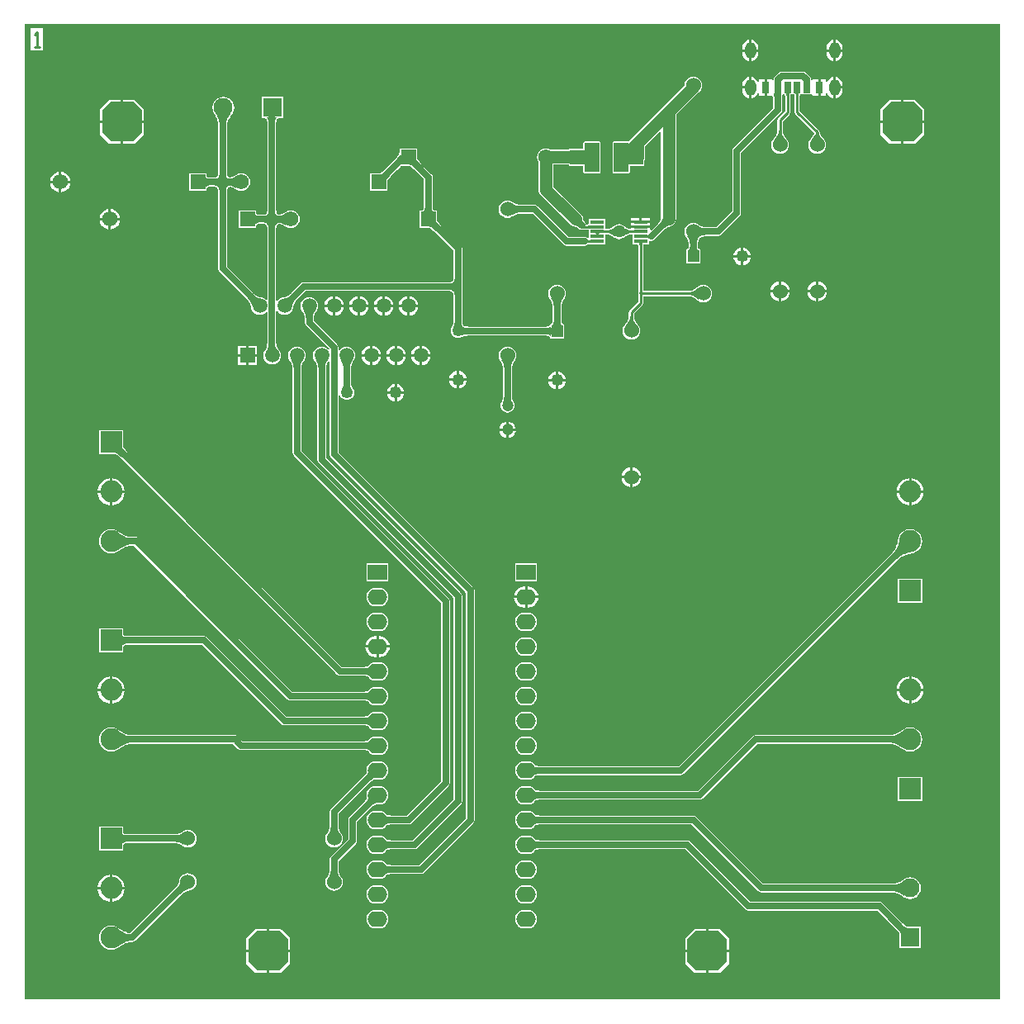
<source format=gtl>
%FSLAX66Y66*%
%MOIN*%
%SFA1B1*%

%IPPOS*%
%AMD22*
4,1,8,0.000000,-0.033500,0.000000,-0.033500,0.021700,-0.011800,0.021700,0.011800,0.000000,0.033500,0.000000,0.033500,-0.021700,0.011800,-0.021700,-0.011800,0.000000,-0.033500,0.0*
1,1,0.043307,0.000000,-0.011800*
1,1,0.043307,0.000000,-0.011800*
1,1,0.043307,0.000000,0.011800*
1,1,0.043307,0.000000,0.011800*
%
%AMD45*
4,1,8,-0.078700,-0.047200,-0.047200,-0.078700,0.047300,-0.078700,0.078800,-0.047200,0.078800,0.047300,0.047300,0.078800,-0.047200,0.078800,-0.078700,0.047300,-0.078700,-0.047200,0.0*
%
%AMD46*
4,1,8,-0.047200,-0.078700,-0.078700,-0.047200,-0.078700,0.047300,-0.047200,0.078800,0.047300,0.078800,0.078800,0.047300,0.078800,-0.047200,0.047300,-0.078700,-0.047200,-0.078700,0.0*
%
%ADD13C,0.010000*%
%ADD17R,0.031496X0.047244*%
%ADD18R,0.029921X0.047244*%
%ADD19R,0.027559X0.047244*%
%ADD20C,0.063114*%
G04~CAMADD=22~8~0.0~0.0~433.1~669.3~216.5~0.0~15~0.0~0.0~0.0~0.0~0~0.0~0.0~0.0~0.0~0~0.0~0.0~0.0~180.0~434.0~669.0*
%ADD22D22*%
%ADD40R,0.056102X0.011811*%
%ADD41C,0.025000*%
%ADD42C,0.050000*%
%ADD43O,0.078740X0.062992*%
%ADD44R,0.078740X0.062992*%
%ADD45D45*%
%ADD46D46*%
%ADD47C,0.049212*%
%ADD48R,0.049212X0.049212*%
%ADD49R,0.059055X0.059055*%
%ADD50C,0.059055*%
%ADD51R,0.062008X0.062008*%
%ADD52C,0.062008*%
%ADD53C,0.060000*%
%ADD54R,0.049212X0.049212*%
%ADD55C,0.047244*%
%ADD56C,0.076771*%
%ADD57R,0.076771X0.076771*%
%ADD58R,0.088582X0.088582*%
%ADD59C,0.088582*%
%ADD60R,0.076771X0.076771*%
%ADD61C,0.050000*%
%LNplatine-1*%
%LPD*%
G36*
X3937007Y0D02*
X0D01*
Y3937007*
X3937007*
Y0*
G37*
%LNplatine-2*%
%LPC*%
G36*
X3275078Y3874574D02*
Y3836496D01*
X3302003*
Y3843307*
X3300917Y3851570*
X3297728Y3859271*
X3292653Y3865881*
X3286043Y3870956*
X3278342Y3874145*
X3275078Y3874574*
G37*
G36*
X2934921D02*
Y3836496D01*
X2961846*
Y3843307*
X2960759Y3851570*
X2957570Y3859271*
X2952496Y3865881*
X2945885Y3870956*
X2938185Y3874145*
X2934921Y3874574*
G37*
G36*
X2924921D02*
X2921657Y3874145D01*
X2913956Y3870956*
X2907346Y3865881*
X2902271Y3859271*
X2899082Y3851570*
X2897996Y3843307*
Y3836496*
X2924921*
Y3874574*
G37*
G36*
X3265078D02*
X3261814Y3874145D01*
X3254114Y3870956*
X3247503Y3865881*
X3242429Y3859271*
X3239240Y3851570*
X3238153Y3843307*
Y3836496*
X3265078*
Y3874574*
G37*
G36*
X74996Y3919988D02*
X25003D01*
Y3830007*
X74996*
Y3919988*
G37*
G36*
X3302003Y3826496D02*
X3275078D01*
Y3788417*
X3278342Y3788846*
X3286043Y3792035*
X3292653Y3797110*
X3297728Y3803720*
X3300917Y3811421*
X3302003Y3819685*
Y3826496*
G37*
G36*
X2924921D02*
X2897996D01*
Y3819685*
X2899082Y3811421*
X2902271Y3803720*
X2907346Y3797110*
X2913956Y3792035*
X2921657Y3788846*
X2924921Y3788417*
Y3826496*
G37*
G36*
X2961846D02*
X2934921D01*
Y3788417*
X2938185Y3788846*
X2945885Y3792035*
X2952496Y3797110*
X2957570Y3803720*
X2960759Y3811421*
X2961846Y3819685*
Y3826496*
G37*
G36*
X3265078D02*
X3238153D01*
Y3819685*
X3239240Y3811421*
X3242429Y3803720*
X3247503Y3797110*
X3254114Y3792035*
X3261814Y3788846*
X3265078Y3788417*
Y3826496*
G37*
G36*
X3142783Y3745854D02*
X3057216D01*
X3050385Y3744496*
X3044598Y3740629*
X3030000Y3726031*
X3026133Y3720244*
X3024775Y3713413*
X3024137Y3712775*
X3019362Y3713086*
X3017480Y3715153*
Y3715511*
X2996732*
Y3681889*
Y3648267*
X3016570*
X3017480*
X3021696Y3646377*
X3022224Y3637956*
X3022244Y3633362*
X3022314Y3633196*
Y3597547*
X2862381Y3437618*
X2858515Y3431826*
X2857157Y3425000*
Y3182389*
X2792610Y3117842*
X2757551*
X2757397Y3117909*
X2752767Y3118019*
X2748472Y3118338*
X2744393Y3118862*
X2740527Y3119590*
X2736874Y3120519*
X2733421Y3121645*
X2730181Y3122960*
X2727133Y3124472*
X2724279Y3126169*
X2721425Y3128188*
X2720476Y3128405*
X2717649Y3130570*
X2709137Y3134098*
X2700000Y3135303*
X2690862Y3134098*
X2682350Y3130570*
X2675039Y3124960*
X2669429Y3117649*
X2665901Y3109137*
X2664696Y3100000*
X2665901Y3090862*
X2669429Y3082350*
X2671594Y3079523*
X2671811Y3078574*
X2673830Y3075720*
X2675527Y3072866*
X2677039Y3069818*
X2678354Y3066574*
X2679480Y3063129*
X2680409Y3059472*
X2681122Y3055681*
X2681980Y3047161*
X2682003Y3046224*
X2681972Y3045031*
X2681645Y3041141*
X2681118Y3037842*
X2680425Y3035157*
X2679618Y3033106*
X2678787Y3031685*
X2678011Y3030814*
X2677307Y3030326*
X2676543Y3030043*
X2674921Y3029866*
X2674448Y3029606*
X2670393*
Y3025192*
X2670102Y3024488*
X2670220Y3024196*
X2670133Y3023897*
X2670393Y3023421*
Y2970393*
X2729606*
Y3023421*
X2729866Y3023897*
X2729779Y3024196*
X2729897Y3024488*
X2729606Y3025192*
Y3029606*
X2725551*
X2725074Y3029866*
X2723456Y3030043*
X2722692Y3030326*
X2721988Y3030814*
X2721212Y3031685*
X2720381Y3033106*
X2719574Y3035157*
X2718881Y3037842*
X2718354Y3041141*
X2718027Y3045031*
X2717996Y3046224*
X2718019Y3047232*
X2718338Y3051527*
X2718862Y3055606*
X2719590Y3059472*
X2720519Y3063125*
X2721645Y3066578*
X2722960Y3069818*
X2724472Y3072866*
X2725464Y3074535*
X2727133Y3075527*
X2730181Y3077039*
X2733425Y3078354*
X2736870Y3079480*
X2740527Y3080409*
X2744318Y3081125*
X2752838Y3081980*
X2757397Y3082090*
X2757551Y3082157*
X2800000*
X2806826Y3083515*
X2812618Y3087381*
X2887618Y3162381*
X2891484Y3168173*
X2892842Y3175000*
Y3417610*
X3052775Y3577539*
X3056641Y3583330*
X3058000Y3590157*
Y3633169*
X3058070Y3633330*
X3058161Y3642224*
X3058527Y3649511*
X3061535Y3653267*
X3063125*
X3069322*
X3069370Y3653149*
X3069566Y3652409*
X3069740Y3651354*
X3069858Y3650007*
X3069905Y3648248*
X3070118Y3647763*
Y3584539*
X3042791Y3557208*
X3040578Y3553901*
X3039803Y3550000*
Y3510307*
X3039594Y3509874*
X3039421Y3506692*
X3038940Y3503598*
X3038114Y3500291*
X3036929Y3496771*
X3035374Y3493047*
X3033448Y3489125*
X3031173Y3485066*
X3025354Y3476200*
X3021881Y3471527*
X3021629Y3470523*
X3019429Y3467649*
X3015901Y3459137*
X3014696Y3450000*
X3015901Y3440862*
X3019429Y3432350*
X3025039Y3425039*
X3032350Y3419429*
X3040862Y3415901*
X3050000Y3414696*
X3059137Y3415901*
X3067649Y3419429*
X3074960Y3425039*
X3080570Y3432350*
X3084098Y3440862*
X3085303Y3450000*
X3084098Y3459137*
X3080570Y3467649*
X3078370Y3470523*
X3078118Y3471527*
X3074645Y3476200*
X3068826Y3485066*
X3066551Y3489129*
X3064625Y3493047*
X3063070Y3496771*
X3061885Y3500291*
X3061059Y3503598*
X3060574Y3506692*
X3060405Y3509874*
X3060196Y3510307*
Y3545775*
X3087523Y3573106*
X3089736Y3576413*
X3090511Y3580314*
Y3647767*
X3090724Y3648248*
X3090771Y3650007*
X3090889Y3651354*
X3091062Y3652409*
X3091259Y3653149*
X3091307Y3653267*
X3099094*
X3100905*
X3108692*
X3108740Y3653149*
X3108937Y3652409*
X3109110Y3651354*
X3109228Y3650007*
X3109275Y3648248*
X3109488Y3647763*
Y3580314*
X3110263Y3576413*
X3112476Y3573106*
X3188555Y3497023*
X3188370Y3496586*
X3187267Y3494393*
X3175169Y3475976*
X3171649Y3471220*
X3171401Y3470224*
X3169429Y3467649*
X3165901Y3459137*
X3164696Y3450000*
X3165901Y3440862*
X3169429Y3432350*
X3175039Y3425039*
X3182350Y3419429*
X3190862Y3415901*
X3200000Y3414696*
X3209137Y3415901*
X3217649Y3419429*
X3224960Y3425039*
X3230570Y3432350*
X3234098Y3440862*
X3235303Y3450000*
X3234098Y3459137*
X3230570Y3467649*
X3228610Y3470208*
X3228374Y3471188*
X3221594Y3480492*
X3216413Y3488177*
X3212791Y3494279*
X3211625Y3496586*
X3210862Y3498417*
X3210503Y3499602*
X3210370Y3500673*
X3209897Y3501503*
X3209421Y3503901*
X3207208Y3507208*
X3129881Y3584539*
Y3647767*
X3130094Y3648248*
X3130141Y3650007*
X3130259Y3651354*
X3130433Y3652409*
X3130629Y3653149*
X3130677Y3653267*
X3138464*
X3139881*
X3143464*
X3177519*
X3179803*
X3182519Y3649393*
Y3648267*
X3203267*
Y3681889*
Y3715511*
X3182519*
Y3715153*
X3180637Y3713086*
X3175862Y3712775*
X3175224Y3713413*
X3173866Y3720244*
X3170000Y3726031*
X3155401Y3740629*
X3149614Y3744496*
X3142783Y3745854*
G37*
G36*
X3265078Y3724968D02*
X3261814Y3724539D01*
X3254114Y3721350*
X3247503Y3716275*
X3242429Y3709665*
X3239240Y3701964*
X3239015Y3700259*
X3234015Y3700586*
Y3715511*
X3213267*
Y3681889*
Y3648267*
X3234015*
Y3663192*
X3239015Y3663519*
X3239240Y3661814*
X3242429Y3654114*
X3247503Y3647503*
X3254114Y3642429*
X3261814Y3639240*
X3265078Y3638811*
Y3681889*
Y3724968*
G37*
G36*
X3275078D02*
Y3686889D01*
X3302003*
Y3693700*
X3300917Y3701964*
X3297728Y3709665*
X3292653Y3716275*
X3286043Y3721350*
X3278342Y3724539*
X3275078Y3724968*
G37*
G36*
X2924921D02*
X2921657Y3724539D01*
X2913956Y3721350*
X2907346Y3716275*
X2902271Y3709665*
X2899082Y3701964*
X2897996Y3693700*
Y3686889*
X2924921*
Y3724968*
G37*
G36*
X2934921D02*
Y3681889D01*
Y3638811*
X2938185Y3639240*
X2945885Y3642429*
X2952496Y3647503*
X2957570Y3654114*
X2960759Y3661814*
X2960984Y3663519*
X2965984Y3663192*
Y3648267*
X2986732*
Y3681889*
Y3715511*
X2965984*
Y3700586*
X2960984Y3700259*
X2960759Y3701964*
X2957570Y3709665*
X2952496Y3716275*
X2945885Y3721350*
X2938185Y3724539*
X2934921Y3724968*
G37*
G36*
X3302003Y3676889D02*
X3275078D01*
Y3638811*
X3278342Y3639240*
X3286043Y3642429*
X3292653Y3647503*
X3297728Y3654114*
X3300917Y3661814*
X3302003Y3670078*
Y3676889*
G37*
G36*
X2924921D02*
X2897996D01*
Y3670078*
X2899082Y3661814*
X2902271Y3654114*
X2907346Y3647503*
X2913956Y3642429*
X2921657Y3639240*
X2924921Y3638811*
Y3676889*
G37*
G36*
X3590551Y3632244D02*
X3548307D01*
Y3548307*
X3632244*
Y3590551*
X3631468Y3594452*
X3629255Y3597759*
X3597759Y3629255*
X3594452Y3631468*
X3590551Y3632244*
G37*
G36*
X3538307D02*
X3496062D01*
X3492161Y3631468*
X3488854Y3629255*
X3457358Y3597759*
X3455145Y3594452*
X3454370Y3590551*
Y3548307*
X3538307*
Y3632244*
G37*
G36*
X440944D02*
X398700D01*
Y3548307*
X482637*
Y3590551*
X481862Y3594452*
X479649Y3597759*
X448153Y3629255*
X444846Y3631468*
X440944Y3632244*
G37*
G36*
X388700D02*
X346456D01*
X342555Y3631468*
X339248Y3629255*
X307751Y3597759*
X305539Y3594452*
X304763Y3590551*
Y3548307*
X388700*
Y3632244*
G37*
G36*
X3632244Y3538307D02*
X3548307D01*
Y3454370*
X3590551*
X3594452Y3455145*
X3597759Y3457358*
X3629255Y3488854*
X3631468Y3492161*
X3632244Y3496062*
Y3538307*
G37*
G36*
X3538307D02*
X3454370D01*
Y3496062*
X3455145Y3492161*
X3457358Y3488854*
X3488854Y3457358*
X3492161Y3455145*
X3496062Y3454370*
X3538307*
Y3538307*
G37*
G36*
X482637D02*
X398700D01*
Y3454370*
X440944*
X444846Y3455145*
X448153Y3457358*
X479649Y3488854*
X481862Y3492161*
X482637Y3496062*
Y3538307*
G37*
G36*
X388700D02*
X304763D01*
Y3496062*
X305539Y3492161*
X307751Y3488854*
X339248Y3457358*
X342555Y3455145*
X346456Y3454370*
X388700*
Y3538307*
G37*
G36*
X2700000Y3725854D02*
X2690862Y3724649D01*
X2682350Y3721122*
X2675039Y3715511*
X2669429Y3708200*
X2665901Y3699688*
X2664775Y3691129*
X2577944Y3604299*
X2453169Y3479527*
X2438110Y3464468*
X2379527*
X2375700Y3462881*
X2374114Y3459055*
Y3340944*
X2375700Y3337118*
X2379527Y3335531*
X2438582*
X2442409Y3337118*
X2443996Y3340944*
Y3365059*
X2497637*
X2501464Y3366645*
X2503051Y3370472*
Y3389322*
X2504228Y3392169*
X2505259Y3400000*
Y3446027*
X2565122Y3505893*
X2569740Y3503980*
Y3153425*
X2569488Y3152070*
X2568905Y3150082*
X2568070Y3147952*
X2566964Y3145688*
X2565578Y3143295*
X2563909Y3140783*
X2561988Y3138208*
X2557129Y3132562*
X2554283Y3129614*
X2554220Y3129452*
X2530137Y3105370*
X2525137Y3107440*
Y3114685*
X2487086*
X2449035*
X2444370Y3110960*
X2444035Y3110984*
X2441531Y3111559*
X2438618Y3112476*
X2435574Y3113673*
X2432405Y3115165*
X2429173Y3116917*
X2422133Y3121452*
X2418468Y3124161*
X2417468Y3124409*
X2415129Y3126204*
X2407830Y3129228*
X2400000Y3130259*
X2392169Y3129228*
X2384870Y3126204*
X2382531Y3124409*
X2381531Y3124161*
X2377870Y3121452*
X2370826Y3116917*
X2367594Y3115165*
X2364425Y3113673*
X2361381Y3112476*
X2358468Y3111559*
X2355685Y3110917*
X2353035Y3110543*
X2350937Y3110440*
X2345964Y3111385*
Y3150275*
X2279862*
Y3130307*
X2276696Y3130102*
X2274960Y3130098*
X2274444Y3129881*
X2266870*
X2266484Y3131826*
X2262952Y3137114*
X2262799Y3137531*
X2261492Y3138929*
X2260417Y3140259*
X2259433Y3141665*
X2258547Y3143153*
X2257748Y3144720*
X2257043Y3146381*
X2256429Y3148133*
X2255905Y3149984*
X2255480Y3151940*
X2255125Y3154137*
X2254602Y3154992*
X2254228Y3157830*
X2251204Y3165129*
X2246397Y3171397*
X2135377Y3282417*
Y3370665*
X2196948*
Y3370472*
X2198535Y3366645*
X2202362Y3365059*
X2256003*
Y3340944*
X2257590Y3337118*
X2261417Y3335531*
X2320472*
X2324299Y3337118*
X2325885Y3340944*
Y3459055*
X2324299Y3462881*
X2320472Y3464468*
X2261417*
X2257590Y3462881*
X2256003Y3459055*
Y3434940*
X2202362*
X2198535Y3433354*
X2197633Y3431181*
X2123625*
X2123275Y3431448*
X2114515Y3435078*
X2105118Y3436314*
X2095720Y3435078*
X2086960Y3431448*
X2079440Y3425677*
X2073669Y3418157*
X2070039Y3409397*
X2068803Y3400000*
X2070039Y3390602*
X2073669Y3381842*
X2074858Y3380291*
Y3269881*
X2075889Y3262051*
X2078913Y3254751*
X2083720Y3248484*
X2203602Y3128602*
X2209870Y3123795*
X2217169Y3120771*
X2220003Y3120397*
X2220862Y3119874*
X2223059Y3119519*
X2225015Y3119094*
X2226866Y3118570*
X2228618Y3117956*
X2230279Y3117251*
X2231846Y3116452*
X2233334Y3115566*
X2234740Y3114582*
X2236070Y3113507*
X2237468Y3112200*
X2237885Y3112047*
X2243173Y3108515*
X2250000Y3107157*
X2256826Y3108515*
X2258283Y3109488*
X2274385*
X2274874Y3109275*
X2279862Y3109177*
Y3076500*
X2279799Y3076295*
X2279003Y3075047*
X2277893Y3074141*
X2274862Y3072870*
X2274669Y3072948*
X2273570Y3073507*
X2272535Y3074129*
X2271393Y3074944*
X2270346Y3075185*
X2267456Y3077114*
X2260629Y3078472*
X2196759*
X2072066Y3203169*
X2066275Y3207035*
X2059448Y3208393*
X2007551*
X2007397Y3208460*
X2002767Y3208570*
X1998472Y3208889*
X1994393Y3209413*
X1990527Y3210141*
X1986874Y3211070*
X1983421Y3212196*
X1980181Y3213511*
X1977133Y3215023*
X1974279Y3216724*
X1971425Y3218740*
X1970476Y3218956*
X1967649Y3221122*
X1959137Y3224649*
X1950000Y3225854*
X1940862Y3224649*
X1932350Y3221122*
X1925039Y3215511*
X1919429Y3208200*
X1915901Y3199688*
X1914696Y3190551*
X1915901Y3181413*
X1919429Y3172901*
X1925039Y3165590*
X1932350Y3159980*
X1940862Y3156452*
X1950000Y3155248*
X1959137Y3156452*
X1967649Y3159980*
X1970476Y3162145*
X1971425Y3162362*
X1974279Y3164381*
X1977133Y3166078*
X1980181Y3167590*
X1983425Y3168905*
X1986870Y3170031*
X1990527Y3170960*
X1994318Y3171673*
X2002838Y3172531*
X2007397Y3172641*
X2007551Y3172708*
X2052059*
X2176751Y3048011*
X2182543Y3044145*
X2189370Y3042787*
X2260629*
X2267456Y3044145*
X2270346Y3046074*
X2271393Y3046314*
X2272535Y3047129*
X2273570Y3047751*
X2274669Y3048307*
X2275334Y3048586*
X2279862Y3049724*
X2283933Y3049535*
X2284472Y3049641*
X2284984Y3049433*
X2285685Y3049724*
X2345964*
Y3088303*
X2350665Y3089543*
X2350889Y3089562*
X2353035Y3089460*
X2355685Y3089082*
X2358468Y3088440*
X2361381Y3087523*
X2364425Y3086326*
X2367594Y3084838*
X2370830Y3083082*
X2377866Y3078547*
X2381531Y3075838*
X2382531Y3075590*
X2384870Y3073795*
X2392169Y3070771*
X2400000Y3069740*
X2407830Y3070771*
X2415129Y3073795*
X2417468Y3075590*
X2418468Y3075838*
X2422129Y3078547*
X2429173Y3083082*
X2432405Y3084834*
X2435574Y3086326*
X2438618Y3087523*
X2441531Y3088440*
X2444311Y3089082*
X2446964Y3089460*
X2449062Y3089559*
X2449460Y3089523*
X2454035Y3088614*
Y3049724*
X2476094*
X2476141Y3049606*
X2476338Y3048866*
X2476511Y3047811*
X2476629Y3046460*
X2476677Y3044704*
X2476889Y3044220*
Y2851228*
X2476779Y2851062*
X2476889Y2850500*
Y2849500*
X2476779Y2848937*
X2476889Y2848771*
Y2816311*
X2442791Y2782208*
X2440578Y2778901*
X2439803Y2775000*
Y2760307*
X2439594Y2759874*
X2439421Y2756692*
X2438940Y2753598*
X2438114Y2750291*
X2436929Y2746771*
X2435377Y2743047*
X2433448Y2739129*
X2431173Y2735066*
X2425354Y2726200*
X2421881Y2721527*
X2421629Y2720523*
X2419429Y2717649*
X2415901Y2709137*
X2414696Y2700000*
X2415901Y2690862*
X2419429Y2682350*
X2425039Y2675039*
X2432350Y2669429*
X2440862Y2665901*
X2450000Y2664696*
X2459137Y2665901*
X2467649Y2669429*
X2474960Y2675039*
X2480570Y2682350*
X2484098Y2690862*
X2485303Y2700000*
X2484098Y2709137*
X2480570Y2717649*
X2478370Y2720523*
X2478118Y2721527*
X2474645Y2726200*
X2468826Y2735066*
X2466551Y2739129*
X2464625Y2743047*
X2463070Y2746771*
X2461885Y2750291*
X2461059Y2753598*
X2460574Y2756692*
X2460405Y2759874*
X2460196Y2760307*
Y2770775*
X2494295Y2804877*
X2496507Y2808185*
X2497283Y2812086*
Y2833771*
X2497393Y2833937*
X2497314Y2834342*
X2497492Y2834716*
X2497574Y2836283*
X2497748Y2837267*
X2497972Y2837944*
X2498204Y2838374*
X2498433Y2838653*
X2498712Y2838881*
X2499141Y2839114*
X2499818Y2839338*
X2500803Y2839511*
X2502370Y2839594*
X2502807Y2839803*
X2680244*
X2680677Y2839594*
X2683858Y2839425*
X2686952Y2838940*
X2690259Y2838114*
X2693779Y2836929*
X2697500Y2835374*
X2701421Y2833448*
X2705484Y2831173*
X2714350Y2825354*
X2719023Y2821881*
X2720027Y2821629*
X2722901Y2819429*
X2731413Y2815901*
X2740551Y2814696*
X2749688Y2815901*
X2758200Y2819429*
X2765511Y2825039*
X2771122Y2832350*
X2774649Y2840862*
X2775854Y2850000*
X2774649Y2859137*
X2771122Y2867649*
X2765511Y2874960*
X2758200Y2880570*
X2749688Y2884098*
X2740551Y2885303*
X2731413Y2884098*
X2722901Y2880570*
X2720027Y2878370*
X2719023Y2878118*
X2714350Y2874645*
X2705484Y2868826*
X2701421Y2866551*
X2697503Y2864625*
X2693779Y2863070*
X2690259Y2861885*
X2686952Y2861059*
X2683858Y2860578*
X2680677Y2860405*
X2680244Y2860196*
X2502807*
X2502370Y2860405*
X2500803Y2860488*
X2499818Y2860661*
X2499141Y2860885*
X2498712Y2861118*
X2498433Y2861346*
X2498204Y2861625*
X2497972Y2862055*
X2497748Y2862732*
X2497574Y2863712*
X2497492Y2865283*
X2497314Y2865657*
X2497393Y2866062*
X2497283Y2866228*
Y3044220*
X2497496Y3044704*
X2497543Y3046460*
X2497661Y3047811*
X2497834Y3048866*
X2498031Y3049606*
X2498078Y3049724*
X2520137*
Y3060055*
X2521003Y3061027*
X2525137Y3063503*
X2530314Y3062472*
X2537141Y3063830*
X2542933Y3067696*
X2579452Y3104220*
X2579614Y3104283*
X2582562Y3107133*
X2588208Y3111988*
X2590783Y3113909*
X2593295Y3115578*
X2595688Y3116964*
X2597952Y3118070*
X2600082Y3118905*
X2602070Y3119488*
X2604212Y3119889*
X2605000Y3120397*
X2607830Y3120771*
X2615129Y3123795*
X2621397Y3128602*
X2626204Y3134870*
X2629228Y3142169*
X2630259Y3150000*
Y3571027*
X2719484Y3660251*
X2721594Y3663003*
X2724960Y3665590*
X2730570Y3672901*
X2734098Y3681413*
X2735303Y3690551*
X2734098Y3699688*
X2730570Y3708200*
X2724960Y3715511*
X2717649Y3721122*
X2709137Y3724649*
X2700000Y3725854*
G37*
G36*
X803149Y3643759D02*
X791822Y3642267D01*
X781267Y3637897*
X772204Y3630944*
X765251Y3621881*
X760881Y3611326*
X759389Y3600000*
X760881Y3588673*
X765251Y3578118*
X767122Y3575681*
X767279Y3574874*
X770169Y3570500*
X772669Y3566145*
X774870Y3561665*
X776779Y3557062*
X778397Y3552326*
X779720Y3547460*
X780751Y3542448*
X781492Y3537299*
X781937Y3532003*
X782090Y3526417*
X782157Y3526263*
Y3337913*
X782094Y3337783*
X781862Y3333366*
X781240Y3329834*
X780263Y3326905*
X778980Y3324523*
X777405Y3322594*
X775476Y3321019*
X773094Y3319736*
X770165Y3318759*
X766633Y3318137*
X762216Y3317905*
X762086Y3317842*
X756177*
X756027Y3317909*
X751421Y3318031*
X747519Y3318374*
X744216Y3318921*
X741535Y3319641*
X739484Y3320472*
X738059Y3321342*
X737165Y3322165*
X736641Y3322948*
X736330Y3323830*
X736145Y3325570*
X736003Y3325830*
Y3336003*
X663996*
Y3263996*
X736003*
Y3274169*
X736145Y3274429*
X736330Y3276169*
X736641Y3277051*
X737165Y3277834*
X738059Y3278657*
X739484Y3279527*
X741535Y3280358*
X744216Y3281078*
X747519Y3281625*
X751421Y3281968*
X756027Y3282090*
X756177Y3282157*
X762086*
X762216Y3282094*
X766633Y3281862*
X770165Y3281240*
X773094Y3280263*
X775476Y3278980*
X777405Y3277405*
X778980Y3275476*
X780263Y3273094*
X781240Y3270165*
X781862Y3266633*
X782094Y3262216*
X782157Y3262086*
Y2950000*
X783515Y2943173*
X787381Y2937381*
X897389Y2827374*
X897452Y2827216*
X900622Y2823897*
X903409Y2820677*
X905897Y2817472*
X908090Y2814283*
X909996Y2811110*
X911614Y2807956*
X912952Y2804822*
X914015Y2801704*
X914814Y2798594*
X915385Y2795275*
X915905Y2794448*
X916362Y2790988*
X919838Y2782586*
X925374Y2775374*
X932586Y2769838*
X940988Y2766362*
X950000Y2765173*
X959011Y2766362*
X967413Y2769838*
X974625Y2775374*
X975582Y2776622*
X980582Y2774925*
Y2655751*
X980515Y2655594*
X980421Y2650956*
X979669Y2642381*
X979043Y2638590*
X978232Y2634984*
X977255Y2631625*
X976110Y2628511*
X974811Y2625633*
X973358Y2622988*
X971622Y2620374*
X971452Y2619511*
X969838Y2617413*
X966362Y2609011*
X965173Y2600000*
X966362Y2590988*
X969838Y2582586*
X975374Y2575374*
X982586Y2569838*
X990988Y2566362*
X1000000Y2565173*
X1009011Y2566362*
X1017413Y2569838*
X1024625Y2575374*
X1030161Y2582586*
X1033637Y2590988*
X1034826Y2600000*
X1033637Y2609011*
X1030161Y2617413*
X1027492Y2620889*
X1027240Y2621874*
X1025090Y2624740*
X1023279Y2627598*
X1021677Y2630622*
X1020279Y2633818*
X1019090Y2637200*
X1018110Y2640763*
X1017338Y2644519*
X1016787Y2648472*
X1016452Y2652618*
X1016334Y2657098*
X1016295Y2657188*
X1016326Y2657279*
X1016267Y2657401*
Y2779027*
X1021267Y2780728*
X1025374Y2775374*
X1032586Y2769838*
X1040988Y2766362*
X1050000Y2765173*
X1059011Y2766362*
X1067413Y2769838*
X1074625Y2775374*
X1080161Y2782586*
X1083637Y2790988*
X1084094Y2794448*
X1084614Y2795275*
X1085185Y2798594*
X1085984Y2801704*
X1087047Y2804822*
X1088385Y2807956*
X1090003Y2811110*
X1091909Y2814283*
X1094059Y2817409*
X1099425Y2823948*
X1102547Y2827216*
X1102610Y2827374*
X1135590Y2860358*
X1712086*
X1712216Y2860295*
X1716633Y2860062*
X1720165Y2859440*
X1723094Y2858464*
X1725476Y2857181*
X1727405Y2855606*
X1728980Y2853677*
X1730263Y2851295*
X1731240Y2848366*
X1731862Y2844838*
X1732094Y2840417*
X1732157Y2840287*
Y2746047*
X1732086Y2745889*
X1732019Y2741826*
X1731484Y2734492*
X1731043Y2731362*
X1730472Y2728456*
X1729791Y2725846*
X1729011Y2723531*
X1728145Y2721511*
X1727204Y2719779*
X1726035Y2718062*
X1725842Y2717149*
X1724137Y2714929*
X1721157Y2707728*
X1720137Y2700000*
X1721157Y2692271*
X1724137Y2685070*
X1728885Y2678885*
X1735070Y2674137*
X1742271Y2671157*
X1750000Y2670137*
X1757728Y2671157*
X1764929Y2674137*
X1766464Y2675314*
X1767259Y2675452*
X1768787Y2676413*
X1770358Y2677177*
X1772271Y2677901*
X1774523Y2678559*
X1777110Y2679137*
X1779913Y2679606*
X1790736Y2680456*
X1794862Y2680515*
X1795023Y2680582*
X2100220*
X2100370Y2680515*
X2104972Y2680393*
X2108866Y2680051*
X2112165Y2679503*
X2114846Y2678787*
X2116897Y2677952*
X2118326Y2677082*
X2119220Y2676255*
X2119748Y2675468*
X2120066Y2674582*
X2120251Y2672842*
X2120393Y2672586*
Y2667244*
X2179606*
Y2720271*
X2179866Y2720744*
X2179779Y2721047*
X2179897Y2721334*
X2179606Y2722043*
Y2726456*
X2175551*
X2175074Y2726716*
X2173456Y2726893*
X2172692Y2727177*
X2171988Y2727665*
X2171212Y2728535*
X2170381Y2729956*
X2169574Y2732007*
X2168881Y2734692*
X2168354Y2737992*
X2168027Y2741881*
X2167909Y2746472*
X2167842Y2746625*
Y2792448*
X2167909Y2792602*
X2168019Y2797232*
X2168338Y2801527*
X2168862Y2805606*
X2169590Y2809472*
X2170519Y2813125*
X2171645Y2816578*
X2172960Y2819818*
X2174472Y2822866*
X2176169Y2825720*
X2178188Y2828574*
X2178405Y2829523*
X2180570Y2832350*
X2184098Y2840862*
X2185303Y2850000*
X2184098Y2859137*
X2180570Y2867649*
X2174960Y2874960*
X2167649Y2880570*
X2159137Y2884098*
X2150000Y2885303*
X2140862Y2884098*
X2132350Y2880570*
X2125039Y2874960*
X2119429Y2867649*
X2115901Y2859137*
X2114696Y2850000*
X2115901Y2840862*
X2119429Y2832350*
X2121594Y2829523*
X2121811Y2828574*
X2123830Y2825720*
X2125527Y2822866*
X2127039Y2819818*
X2128354Y2816574*
X2129480Y2813129*
X2130409Y2809472*
X2131125Y2805681*
X2131980Y2797161*
X2132090Y2792602*
X2132157Y2792448*
Y2746625*
X2132090Y2746472*
X2131972Y2741881*
X2131645Y2737992*
X2131118Y2734692*
X2130425Y2732007*
X2129622Y2729956*
X2128787Y2728535*
X2128011Y2727665*
X2127307Y2727177*
X2126543Y2726893*
X2124921Y2726716*
X2124448Y2726456*
X2120393*
Y2722452*
X2120145Y2722015*
X2119988Y2720779*
X2119822Y2720385*
X2119440Y2719913*
X2118606Y2719267*
X2117153Y2718527*
X2115043Y2717807*
X2112389Y2717212*
X2104925Y2716437*
X2100393Y2716334*
X2100240Y2716267*
X1797165*
X1797055Y2716322*
X1796960Y2716291*
X1796870Y2716334*
X1789035Y2716649*
X1785696Y2717015*
X1782551Y2717531*
X1779669Y2718185*
X1777047Y2718964*
X1774681Y2719866*
X1772570Y2720874*
X1772023Y2721200*
X1771854Y2721511*
X1770988Y2723531*
X1770208Y2725846*
X1769527Y2728456*
X1768956Y2731362*
X1768511Y2734492*
X1767980Y2741826*
X1767909Y2745889*
X1767842Y2746047*
Y2878200*
Y3030118*
X1766484Y3036944*
X1762618Y3042736*
X1682700Y3122653*
X1682645Y3122799*
X1673590Y3132551*
X1670291Y3136673*
X1667700Y3140393*
X1666122Y3143161*
Y3153767*
X1666413Y3154472*
X1666244Y3154881*
X1666346Y3155314*
X1666122Y3155685*
Y3186003*
X1655948*
X1655688Y3186145*
X1653948Y3186330*
X1653066Y3186641*
X1652283Y3187165*
X1651460Y3188059*
X1650590Y3189484*
X1649759Y3191535*
X1649039Y3194216*
X1648492Y3197519*
X1648149Y3201421*
X1648027Y3206027*
X1647960Y3206177*
Y3319881*
X1646602Y3326708*
X1642736Y3332500*
X1602582Y3372653*
X1602527Y3372799*
X1593472Y3382551*
X1590173Y3386673*
X1587582Y3390393*
X1586003Y3393161*
Y3403767*
X1586295Y3404472*
X1586125Y3404881*
X1586228Y3405314*
X1586003Y3405685*
Y3436003*
X1513996*
Y3425070*
X1513838Y3424763*
X1513594Y3421511*
X1512929Y3418385*
X1511779Y3414964*
X1510114Y3411259*
X1507917Y3407295*
X1505177Y3403082*
X1501933Y3398681*
X1493649Y3389035*
X1488708Y3383921*
X1488645Y3383759*
X1457464Y3352582*
X1457318Y3352527*
X1447543Y3343444*
X1443413Y3340133*
X1439685Y3337531*
X1437027Y3336003*
X1426062*
X1425645Y3336177*
X1425232Y3336003*
X1424795Y3336110*
X1424625Y3336003*
X1394114*
Y3263996*
X1466122*
Y3294507*
X1466228Y3294677*
X1466122Y3295114*
X1466295Y3295527*
X1466122Y3295944*
Y3306909*
X1467649Y3309566*
X1470208Y3313236*
X1477732Y3322114*
X1482570Y3327122*
X1482633Y3327283*
X1505055Y3349704*
X1505216Y3349767*
X1513224Y3357578*
X1518716Y3362500*
X1519834Y3363381*
X1520574Y3363901*
X1520748Y3363996*
X1544314*
X1544685Y3363771*
X1545118Y3363874*
X1545527Y3363704*
X1546232Y3363996*
X1556838*
X1559606Y3362413*
X1563263Y3359870*
X1572125Y3352374*
X1577125Y3347543*
X1577283Y3347480*
X1612275Y3312492*
Y3206177*
X1612208Y3206027*
X1612086Y3201421*
X1611744Y3197519*
X1611196Y3194216*
X1610476Y3191535*
X1609645Y3189484*
X1608775Y3188059*
X1607952Y3187165*
X1607169Y3186641*
X1606287Y3186330*
X1604547Y3186145*
X1604287Y3186003*
X1594114*
Y3113996*
X1624433*
X1624803Y3113771*
X1625236Y3113874*
X1625645Y3113704*
X1626350Y3113996*
X1636956*
X1639724Y3112413*
X1643381Y3109870*
X1652244Y3102374*
X1657244Y3097543*
X1657401Y3097480*
X1732157Y3022728*
Y2916114*
X1732094Y2915984*
X1731862Y2911566*
X1731240Y2908035*
X1730263Y2905106*
X1728980Y2902724*
X1727405Y2900799*
X1725476Y2899220*
X1723094Y2897937*
X1720165Y2896960*
X1716633Y2896338*
X1712216Y2896106*
X1712086Y2896043*
X1128200*
X1121374Y2894685*
X1115582Y2890818*
X1077374Y2852610*
X1077216Y2852547*
X1073897Y2849377*
X1070677Y2846590*
X1067472Y2844102*
X1064283Y2841909*
X1061110Y2840003*
X1057956Y2838385*
X1054822Y2837047*
X1051704Y2835984*
X1048594Y2835185*
X1045275Y2834614*
X1044452Y2834094*
X1040988Y2833637*
X1032586Y2830161*
X1025374Y2824625*
X1021267Y2819271*
X1016267Y2820968*
Y3112086*
X1016330Y3112216*
X1016562Y3116633*
X1017185Y3120165*
X1018161Y3123094*
X1019444Y3125476*
X1021019Y3127405*
X1022948Y3128980*
X1025330Y3130263*
X1028051Y3131173*
X1028795Y3131070*
X1032787Y3130291*
X1036582Y3129295*
X1040185Y3128086*
X1043602Y3126665*
X1046834Y3125035*
X1049893Y3123192*
X1052952Y3121019*
X1053909Y3120803*
X1056842Y3118551*
X1065602Y3114921*
X1075000Y3113685*
X1084397Y3114921*
X1093157Y3118551*
X1100677Y3124322*
X1106448Y3131842*
X1110078Y3140602*
X1111314Y3150000*
X1110078Y3159397*
X1106448Y3168157*
X1100677Y3175677*
X1093157Y3181448*
X1084397Y3185078*
X1075000Y3186314*
X1065602Y3185078*
X1056842Y3181448*
X1053909Y3179196*
X1052952Y3178980*
X1049893Y3176807*
X1046834Y3174964*
X1043602Y3173334*
X1040188Y3171913*
X1036582Y3170704*
X1032787Y3169708*
X1028874Y3168944*
X1027988Y3168850*
X1025330Y3169736*
X1022948Y3171019*
X1021019Y3172594*
X1019444Y3174523*
X1018161Y3176905*
X1017185Y3179834*
X1016562Y3183366*
X1016330Y3187783*
X1016267Y3187913*
Y3536440*
X1016334Y3536590*
X1016456Y3541173*
X1016799Y3545051*
X1017346Y3548334*
X1018062Y3551000*
X1018893Y3553031*
X1019759Y3554448*
X1020582Y3555334*
X1021362Y3555854*
X1022251Y3556169*
X1023992Y3556350*
X1024476Y3556614*
X1043385*
Y3643385*
X956614*
Y3556614*
X972377*
X972858Y3556350*
X974598Y3556169*
X975484Y3555854*
X976267Y3555334*
X977090Y3554448*
X977956Y3553031*
X978787Y3551000*
X979503Y3548334*
X980051Y3545051*
X980393Y3541173*
X980515Y3536590*
X980582Y3536440*
Y3187913*
X980519Y3187783*
X980287Y3183366*
X979665Y3179834*
X978688Y3176905*
X977405Y3174523*
X975830Y3172594*
X973901Y3171019*
X971519Y3169736*
X968590Y3168759*
X965059Y3168137*
X960641Y3167905*
X960511Y3167842*
X956177*
X956027Y3167909*
X951421Y3168031*
X947519Y3168374*
X944216Y3168921*
X941535Y3169641*
X939484Y3170472*
X938059Y3171342*
X937165Y3172165*
X936641Y3172948*
X936330Y3173830*
X936145Y3175570*
X936003Y3175830*
Y3186003*
X863996*
Y3113996*
X936003*
Y3124169*
X936145Y3124429*
X936330Y3126169*
X936641Y3127051*
X937165Y3127834*
X938059Y3128657*
X939484Y3129527*
X941535Y3130358*
X944216Y3131078*
X947519Y3131625*
X951421Y3131968*
X956027Y3132090*
X956177Y3132157*
X960511*
X960641Y3132094*
X965059Y3131862*
X968590Y3131240*
X971519Y3130263*
X973901Y3128980*
X975830Y3127405*
X977405Y3125476*
X978688Y3123094*
X979665Y3120165*
X980287Y3116633*
X980519Y3112216*
X980582Y3112086*
Y2825074*
X975582Y2823377*
X974625Y2824625*
X967413Y2830161*
X959011Y2833637*
X955551Y2834094*
X954724Y2834614*
X951405Y2835185*
X948299Y2835984*
X945177Y2837047*
X942043Y2838385*
X938893Y2840003*
X935716Y2841909*
X932590Y2844059*
X926051Y2849425*
X922783Y2852547*
X922625Y2852610*
X817842Y2957389*
Y3262086*
X817905Y3262216*
X818137Y3266633*
X818759Y3270165*
X819736Y3273094*
X821019Y3275476*
X822594Y3277405*
X824523Y3278980*
X826905Y3280263*
X829129Y3281003*
X832787Y3280291*
X836582Y3279295*
X840185Y3278086*
X843602Y3276665*
X846834Y3275035*
X849893Y3273196*
X852952Y3271019*
X853909Y3270803*
X856842Y3268551*
X865602Y3264921*
X875000Y3263685*
X884397Y3264921*
X893157Y3268551*
X900677Y3274322*
X906448Y3281842*
X910078Y3290602*
X911314Y3300000*
X910078Y3309397*
X906448Y3318157*
X900677Y3325677*
X893157Y3331448*
X884397Y3335078*
X875000Y3336314*
X865602Y3335078*
X856842Y3331448*
X853909Y3329196*
X852952Y3328980*
X849893Y3326807*
X846834Y3324964*
X843602Y3323334*
X840188Y3321913*
X836582Y3320704*
X832787Y3319708*
X829129Y3318996*
X826905Y3319736*
X824523Y3321019*
X822594Y3322594*
X821019Y3324523*
X819736Y3326905*
X818759Y3329834*
X818137Y3333366*
X817905Y3337783*
X817842Y3337913*
Y3523822*
X817893Y3523913*
X817846Y3524051*
X817909Y3524181*
X818102Y3529342*
X818657Y3534244*
X819582Y3539090*
X820885Y3543885*
X822559Y3548637*
X824614Y3553354*
X827055Y3558035*
X829885Y3562685*
X833114Y3567303*
X836826Y3572003*
X837106Y3572984*
X841047Y3578118*
X845417Y3588673*
X846909Y3600000*
X845417Y3611326*
X841047Y3621881*
X834090Y3630944*
X825027Y3637897*
X814476Y3642267*
X803149Y3643759*
G37*
G36*
X149881Y3340700D02*
Y3305000D01*
X185582*
X184830Y3310704*
X180696Y3320677*
X174125Y3329244*
X165559Y3335818*
X155586Y3339948*
X149881Y3340700*
G37*
G36*
X139881D02*
X134177Y3339948D01*
X124204Y3335818*
X115637Y3329244*
X109066Y3320677*
X104933Y3310704*
X104181Y3305000*
X139881*
Y3340700*
G37*
G36*
X185582Y3295000D02*
X149881D01*
Y3259299*
X155586Y3260051*
X165559Y3264181*
X174125Y3270755*
X180696Y3279322*
X184830Y3289295*
X185582Y3295000*
G37*
G36*
X139881D02*
X104181D01*
X104933Y3289295*
X109066Y3279322*
X115637Y3270755*
X124204Y3264181*
X134177Y3260051*
X139881Y3259299*
Y3295000*
G37*
G36*
X349881Y3190700D02*
Y3155000D01*
X385582*
X384830Y3160704*
X380700Y3170677*
X374125Y3179244*
X365559Y3185814*
X355586Y3189948*
X349881Y3190700*
G37*
G36*
X339881D02*
X334177Y3189948D01*
X324204Y3185814*
X315637Y3179244*
X309062Y3170677*
X304933Y3160704*
X304181Y3155000*
X339881*
Y3190700*
G37*
G36*
X2525137Y3155275D02*
X2492086D01*
Y3144370*
X2525137*
Y3155275*
G37*
G36*
X2482086D02*
X2449035D01*
Y3144370*
X2482086*
Y3155275*
G37*
G36*
X2525137Y3134370D02*
X2487086D01*
X2449035*
Y3124685*
X2487086*
X2525137*
Y3134370*
G37*
G36*
X385582Y3145000D02*
X349881D01*
Y3109299*
X355586Y3110051*
X365559Y3114185*
X374125Y3120755*
X380700Y3129322*
X384830Y3139295*
X385582Y3145000*
G37*
G36*
X339881D02*
X304181D01*
X304933Y3139295*
X309062Y3129322*
X315637Y3120755*
X324204Y3114185*
X334177Y3110051*
X339881Y3109299*
Y3145000*
G37*
G36*
X2901850Y3034248D02*
Y3005000D01*
X2931098*
X2930566Y3009035*
X2927078Y3017452*
X2921531Y3024681*
X2914303Y3030228*
X2905885Y3033716*
X2901850Y3034248*
G37*
G36*
X2891850D02*
X2887814Y3033716D01*
X2879397Y3030228*
X2872169Y3024681*
X2866622Y3017452*
X2863133Y3009035*
X2862602Y3005000*
X2891850*
Y3034248*
G37*
G36*
X2931098Y2995000D02*
X2901850D01*
Y2965751*
X2905885Y2966283*
X2914303Y2969771*
X2921531Y2975318*
X2927078Y2982547*
X2930566Y2990964*
X2931098Y2995000*
G37*
G36*
X2891850D02*
X2862602D01*
X2863133Y2990964*
X2866622Y2982547*
X2872169Y2975318*
X2879397Y2969771*
X2887814Y2966283*
X2891850Y2965751*
Y2995000*
G37*
G36*
X3205000Y2899133D02*
Y2864448D01*
X3239685*
X3238972Y2869889*
X3234940Y2879622*
X3228527Y2887976*
X3220173Y2894389*
X3210440Y2898421*
X3205000Y2899133*
G37*
G36*
X3055000D02*
Y2864448D01*
X3089688*
X3088968Y2869889*
X3084940Y2879622*
X3078527Y2887976*
X3070173Y2894389*
X3060440Y2898421*
X3055000Y2899133*
G37*
G36*
X3195000D02*
X3189559Y2898421D01*
X3179826Y2894389*
X3171472Y2887976*
X3165059Y2879622*
X3161031Y2869889*
X3160311Y2864448*
X3195000*
Y2899133*
G37*
G36*
X3045000D02*
X3039559Y2898421D01*
X3029826Y2894389*
X3021472Y2887976*
X3015059Y2879622*
X3011027Y2869889*
X3010314Y2864448*
X3045000*
Y2899133*
G37*
G36*
X3239685Y2854448D02*
X3205000D01*
Y2819759*
X3210440Y2820480*
X3220173Y2824507*
X3228527Y2830921*
X3234940Y2839275*
X3238972Y2849007*
X3239685Y2854448*
G37*
G36*
X3089688D02*
X3055000D01*
Y2819759*
X3060440Y2820480*
X3070173Y2824507*
X3078527Y2830921*
X3084940Y2839275*
X3088968Y2849007*
X3089688Y2854448*
G37*
G36*
X3195000D02*
X3160311D01*
X3161031Y2849007*
X3165059Y2839275*
X3171472Y2830921*
X3179826Y2824507*
X3189559Y2820480*
X3195000Y2819759*
Y2854448*
G37*
G36*
X3045000D02*
X3010314D01*
X3011027Y2849007*
X3015059Y2839275*
X3021472Y2830921*
X3029826Y2824507*
X3039559Y2820480*
X3045000Y2819759*
Y2854448*
G37*
G36*
X1555000Y2839208D02*
Y2805000D01*
X1589208*
X1588511Y2810318*
X1584527Y2819933*
X1578192Y2828192*
X1569933Y2834527*
X1560318Y2838511*
X1555000Y2839208*
G37*
G36*
X1455000D02*
Y2805000D01*
X1489208*
X1488511Y2810318*
X1484527Y2819933*
X1478192Y2828192*
X1469933Y2834527*
X1460318Y2838511*
X1455000Y2839208*
G37*
G36*
X1355000D02*
Y2805000D01*
X1389208*
X1388511Y2810318*
X1384527Y2819933*
X1378192Y2828192*
X1369933Y2834527*
X1360318Y2838511*
X1355000Y2839208*
G37*
G36*
X1255000D02*
Y2805000D01*
X1289208*
X1288511Y2810318*
X1284527Y2819933*
X1278192Y2828192*
X1269933Y2834527*
X1260318Y2838511*
X1255000Y2839208*
G37*
G36*
X1545000D02*
X1539681Y2838511D01*
X1530066Y2834527*
X1521807Y2828192*
X1515472Y2819933*
X1511488Y2810318*
X1510791Y2805000*
X1545000*
Y2839208*
G37*
G36*
X1445000D02*
X1439681Y2838511D01*
X1430066Y2834527*
X1421807Y2828192*
X1415472Y2819933*
X1411488Y2810318*
X1410791Y2805000*
X1445000*
Y2839208*
G37*
G36*
X1345000D02*
X1339681Y2838511D01*
X1330066Y2834527*
X1321807Y2828192*
X1315472Y2819933*
X1311488Y2810318*
X1310791Y2805000*
X1345000*
Y2839208*
G37*
G36*
X1245000D02*
X1239681Y2838511D01*
X1230066Y2834527*
X1221807Y2828192*
X1215472Y2819933*
X1211488Y2810318*
X1210791Y2805000*
X1245000*
Y2839208*
G37*
G36*
X1589208Y2795000D02*
X1555000D01*
Y2760791*
X1560318Y2761488*
X1569933Y2765472*
X1578192Y2771807*
X1584527Y2780066*
X1588511Y2789681*
X1589208Y2795000*
G37*
G36*
X1489208D02*
X1455000D01*
Y2760791*
X1460318Y2761488*
X1469933Y2765472*
X1478192Y2771807*
X1484527Y2780066*
X1488511Y2789681*
X1489208Y2795000*
G37*
G36*
X1389208D02*
X1355000D01*
Y2760791*
X1360318Y2761488*
X1369933Y2765472*
X1378192Y2771807*
X1384527Y2780066*
X1388511Y2789681*
X1389208Y2795000*
G37*
G36*
X1289208D02*
X1255000D01*
Y2760791*
X1260318Y2761488*
X1269933Y2765472*
X1278192Y2771807*
X1284527Y2780066*
X1288511Y2789681*
X1289208Y2795000*
G37*
G36*
X1545000D02*
X1510791D01*
X1511488Y2789681*
X1515472Y2780066*
X1521807Y2771807*
X1530066Y2765472*
X1539681Y2761488*
X1545000Y2760791*
Y2795000*
G37*
G36*
X1445000D02*
X1410791D01*
X1411488Y2789681*
X1415472Y2780066*
X1421807Y2771807*
X1430066Y2765472*
X1439681Y2761488*
X1445000Y2760791*
Y2795000*
G37*
G36*
X1345000D02*
X1310791D01*
X1311488Y2789681*
X1315472Y2780066*
X1321807Y2771807*
X1330066Y2765472*
X1339681Y2761488*
X1345000Y2760791*
Y2795000*
G37*
G36*
X1245000D02*
X1210791D01*
X1211488Y2789681*
X1215472Y2780066*
X1221807Y2771807*
X1230066Y2765472*
X1239681Y2761488*
X1245000Y2760791*
Y2795000*
G37*
G36*
X1150000Y2834826D02*
X1140988Y2833637D01*
X1132586Y2830161*
X1125374Y2824625*
X1119838Y2817413*
X1116362Y2809011*
X1115173Y2800000*
X1116362Y2790988*
X1119838Y2782586*
X1121968Y2779814*
X1122181Y2778866*
X1124125Y2776114*
X1125759Y2773354*
X1127212Y2770393*
X1128484Y2767232*
X1129566Y2763858*
X1130464Y2760267*
X1131157Y2756531*
X1131984Y2748114*
X1132090Y2743594*
X1132157Y2743440*
Y2732893*
X1133515Y2726062*
X1137381Y2720275*
X1230066Y2627594*
X1229751Y2626161*
X1225783Y2624972*
X1224342Y2624842*
X1217413Y2630161*
X1209011Y2633637*
X1200000Y2634826*
X1190988Y2633637*
X1182586Y2630161*
X1175374Y2624625*
X1169838Y2617413*
X1166362Y2609011*
X1165173Y2600000*
X1166362Y2590988*
X1169838Y2582586*
X1171968Y2579814*
X1172181Y2578866*
X1174125Y2576114*
X1175759Y2573354*
X1177212Y2570393*
X1178484Y2567232*
X1179566Y2563858*
X1180464Y2560267*
X1181157Y2556531*
X1181984Y2548118*
X1182090Y2543598*
X1182157Y2543440*
Y2179291*
X1183515Y2172460*
X1187381Y2166673*
X1732157Y1621897*
Y807389*
X1567610Y642842*
X1487027*
X1486870Y642909*
X1480342Y643031*
X1474665Y643389*
X1469755Y643968*
X1465649Y644751*
X1463165Y645476*
X1458901Y651027*
X1455732Y653460*
X1455622Y653736*
X1455232Y653893*
X1455015Y654255*
X1454547Y654374*
X1451279Y656877*
X1442401Y660555*
X1432874Y661811*
X1417125*
X1407598Y660555*
X1398720Y656877*
X1391098Y651027*
X1385248Y643405*
X1381570Y634527*
X1380314Y625000*
X1381570Y615472*
X1385248Y606594*
X1391098Y598972*
X1398720Y593122*
X1407598Y589444*
X1417125Y588188*
X1432874*
X1442401Y589444*
X1451279Y593122*
X1454547Y595625*
X1455015Y595744*
X1455232Y596106*
X1455622Y596267*
X1455732Y596539*
X1458901Y598972*
X1463165Y604523*
X1465649Y605248*
X1469681Y606015*
X1480413Y606968*
X1486870Y607090*
X1487027Y607157*
X1575000*
X1581826Y608515*
X1587618Y612381*
X1762618Y787381*
X1766484Y793173*
X1767842Y800000*
Y1629287*
X1766484Y1636118*
X1762618Y1641905*
X1217842Y2186681*
Y2543440*
X1217909Y2543598*
X1218015Y2548188*
X1218322Y2552433*
X1218830Y2556460*
X1219535Y2560267*
X1220433Y2563858*
X1221515Y2567232*
X1222787Y2570393*
X1224240Y2573354*
X1225874Y2576114*
X1227157Y2577929*
X1231748Y2577177*
X1232062Y2577043*
X1232157Y2576976*
Y2200000*
X1233515Y2193173*
X1237381Y2187381*
X1782157Y1642610*
Y732389*
X1592610Y542842*
X1487027*
X1486870Y542909*
X1480342Y543031*
X1474665Y543389*
X1469755Y543968*
X1465649Y544751*
X1463165Y545476*
X1458901Y551027*
X1455732Y553460*
X1455622Y553732*
X1455232Y553893*
X1455015Y554255*
X1454547Y554374*
X1451279Y556877*
X1442401Y560555*
X1432874Y561811*
X1417125*
X1407598Y560555*
X1398720Y556877*
X1391098Y551027*
X1385248Y543405*
X1381570Y534527*
X1380314Y525000*
X1381570Y515472*
X1385248Y506594*
X1391098Y498972*
X1398720Y493122*
X1407598Y489444*
X1417125Y488188*
X1432874*
X1442401Y489444*
X1451279Y493122*
X1454547Y495625*
X1455015Y495744*
X1455232Y496106*
X1455622Y496267*
X1455732Y496539*
X1458901Y498972*
X1463165Y504523*
X1465649Y505248*
X1469681Y506015*
X1480413Y506968*
X1486870Y507090*
X1487027Y507157*
X1600000*
X1606826Y508515*
X1612618Y512381*
X1812618Y712381*
X1816484Y718173*
X1817842Y725000*
Y1650000*
X1816484Y1656826*
X1812618Y1662618*
X1267842Y2207389*
Y2441496*
X1272732Y2442271*
X1275712Y2435070*
X1280460Y2428885*
X1286645Y2424137*
X1293846Y2421153*
X1301574Y2420137*
X1309303Y2421153*
X1316503Y2424137*
X1322688Y2428885*
X1327437Y2435070*
X1330417Y2442271*
X1331437Y2450000*
X1330417Y2457728*
X1327437Y2464929*
X1325456Y2467507*
X1325240Y2468456*
X1323968Y2470248*
X1322940Y2472051*
X1322003Y2474122*
X1321161Y2476460*
X1320433Y2479078*
X1319822Y2481972*
X1319346Y2485078*
X1318771Y2492338*
X1318696Y2496342*
X1318677Y2496393*
X1318696Y2496448*
X1318629Y2496590*
Y2543728*
X1318692Y2543862*
X1319098Y2552992*
X1319574Y2556992*
X1320248Y2560822*
X1321098Y2564421*
X1322133Y2567791*
X1323338Y2570933*
X1324716Y2573850*
X1326259Y2576555*
X1328102Y2579244*
X1328291Y2580153*
X1330161Y2582586*
X1333637Y2590988*
X1334826Y2600000*
X1333637Y2609011*
X1330161Y2617413*
X1324625Y2624625*
X1317413Y2630161*
X1309011Y2633637*
X1300000Y2634826*
X1290988Y2633637*
X1282586Y2630161*
X1275374Y2624625*
X1272842Y2621326*
X1267842Y2623023*
Y2632893*
X1266484Y2639720*
X1262618Y2645507*
X1167842Y2740283*
Y2743440*
X1167909Y2743594*
X1168015Y2748188*
X1168322Y2752433*
X1168830Y2756460*
X1169535Y2760267*
X1170433Y2763858*
X1171515Y2767232*
X1172787Y2770393*
X1174240Y2773354*
X1175874Y2776114*
X1177818Y2778866*
X1178031Y2779814*
X1180161Y2782586*
X1183637Y2790988*
X1184826Y2800000*
X1183637Y2809011*
X1180161Y2817413*
X1174625Y2824625*
X1167413Y2830161*
X1159011Y2833637*
X1150000Y2834826*
G37*
G36*
X1605000Y2639208D02*
Y2605000D01*
X1639208*
X1638511Y2610318*
X1634527Y2619933*
X1628192Y2628192*
X1619933Y2634527*
X1610318Y2638511*
X1605000Y2639208*
G37*
G36*
X1505000D02*
Y2605000D01*
X1539208*
X1538511Y2610318*
X1534527Y2619933*
X1528192Y2628192*
X1519933Y2634527*
X1510318Y2638511*
X1505000Y2639208*
G37*
G36*
X1405000D02*
Y2605000D01*
X1439208*
X1438511Y2610318*
X1434527Y2619933*
X1428192Y2628192*
X1419933Y2634527*
X1410318Y2638511*
X1405000Y2639208*
G37*
G36*
X939527Y2639527D02*
X905000D01*
Y2605000*
X939527*
Y2639527*
G37*
G36*
X1595000Y2639208D02*
X1589681Y2638511D01*
X1580066Y2634527*
X1571807Y2628192*
X1565472Y2619933*
X1561488Y2610318*
X1560791Y2605000*
X1595000*
Y2639208*
G37*
G36*
X1495000D02*
X1489681Y2638511D01*
X1480066Y2634527*
X1471807Y2628192*
X1465472Y2619933*
X1461488Y2610318*
X1460791Y2605000*
X1495000*
Y2639208*
G37*
G36*
X1395000D02*
X1389681Y2638511D01*
X1380066Y2634527*
X1371807Y2628192*
X1365472Y2619933*
X1361488Y2610318*
X1360791Y2605000*
X1395000*
Y2639208*
G37*
G36*
X895000Y2639527D02*
X860472D01*
Y2605000*
X895000*
Y2639527*
G37*
G36*
X1439208Y2595000D02*
X1405000D01*
Y2560791*
X1410318Y2561488*
X1419933Y2565472*
X1428192Y2571807*
X1434527Y2580066*
X1438511Y2589681*
X1439208Y2595000*
G37*
G36*
X1639208D02*
X1605000D01*
Y2560791*
X1610318Y2561488*
X1619933Y2565472*
X1628192Y2571807*
X1634527Y2580066*
X1638511Y2589681*
X1639208Y2595000*
G37*
G36*
X1539208D02*
X1505000D01*
Y2560791*
X1510318Y2561488*
X1519933Y2565472*
X1528192Y2571807*
X1534527Y2580066*
X1538511Y2589681*
X1539208Y2595000*
G37*
G36*
X1595000D02*
X1560791D01*
X1561488Y2589681*
X1565472Y2580066*
X1571807Y2571807*
X1580066Y2565472*
X1589681Y2561488*
X1595000Y2560791*
Y2595000*
G37*
G36*
X1495000D02*
X1460791D01*
X1461488Y2589681*
X1465472Y2580066*
X1471807Y2571807*
X1480066Y2565472*
X1489681Y2561488*
X1495000Y2560791*
Y2595000*
G37*
G36*
X1395000D02*
X1360791D01*
X1361488Y2589681*
X1365472Y2580066*
X1371807Y2571807*
X1380066Y2565472*
X1389681Y2561488*
X1395000Y2560791*
Y2595000*
G37*
G36*
X939527D02*
X905000D01*
Y2560472*
X939527*
Y2595000*
G37*
G36*
X895000D02*
X860472D01*
Y2560472*
X895000*
Y2595000*
G37*
G36*
X1755000Y2537397D02*
Y2508149D01*
X1784248*
X1783716Y2512185*
X1780228Y2520602*
X1774681Y2527830*
X1767452Y2533377*
X1759035Y2536866*
X1755000Y2537397*
G37*
G36*
X1745000D02*
X1740964Y2536866D01*
X1732547Y2533377*
X1725318Y2527830*
X1719771Y2520602*
X1716283Y2512185*
X1715751Y2508149*
X1745000*
Y2537397*
G37*
G36*
X2155000Y2534248D02*
Y2505000D01*
X2184248*
X2183716Y2509035*
X2180228Y2517452*
X2174681Y2524681*
X2167452Y2530228*
X2159035Y2533716*
X2155000Y2534248*
G37*
G36*
X2145000D02*
X2140964Y2533716D01*
X2132547Y2530228*
X2125318Y2524681*
X2119771Y2517452*
X2116283Y2509035*
X2115751Y2505000*
X2145000*
Y2534248*
G37*
G36*
X1784248Y2498149D02*
X1755000D01*
Y2468901*
X1759035Y2469433*
X1767452Y2472921*
X1774681Y2478468*
X1780228Y2485696*
X1783716Y2494114*
X1784248Y2498149*
G37*
G36*
X1745000D02*
X1715751D01*
X1716283Y2494114*
X1719771Y2485696*
X1725318Y2478468*
X1732547Y2472921*
X1740964Y2469433*
X1745000Y2468901*
Y2498149*
G37*
G36*
X2184248Y2495000D02*
X2155000D01*
Y2465751*
X2159035Y2466283*
X2167452Y2469771*
X2174681Y2475318*
X2180228Y2482547*
X2183716Y2490964*
X2184248Y2495000*
G37*
G36*
X2145000D02*
X2115751D01*
X2116283Y2490964*
X2119771Y2482547*
X2125318Y2475318*
X2132547Y2469771*
X2140964Y2466283*
X2145000Y2465751*
Y2495000*
G37*
G36*
X1503425Y2484248D02*
Y2455000D01*
X1532673*
X1532141Y2459035*
X1528653Y2467452*
X1523106Y2474681*
X1515877Y2480228*
X1507460Y2483716*
X1503425Y2484248*
G37*
G36*
X1493425D02*
X1489389Y2483716D01*
X1480972Y2480228*
X1473744Y2474681*
X1468196Y2467452*
X1464708Y2459035*
X1464177Y2455000*
X1493425*
Y2484248*
G37*
G36*
X1532673Y2445000D02*
X1503425D01*
Y2415751*
X1507460Y2416283*
X1515877Y2419771*
X1523106Y2425318*
X1528653Y2432547*
X1532141Y2440964*
X1532673Y2445000*
G37*
G36*
X1493425D02*
X1464177D01*
X1464708Y2440964*
X1468196Y2432547*
X1473744Y2425318*
X1480972Y2419771*
X1489389Y2416283*
X1493425Y2415751*
Y2445000*
G37*
G36*
X1950000Y2635303D02*
X1940862Y2634098D01*
X1932350Y2630570*
X1925039Y2624960*
X1919429Y2617649*
X1915901Y2609137*
X1914696Y2600000*
X1915901Y2590862*
X1919429Y2582350*
X1921594Y2579523*
X1921811Y2578574*
X1923826Y2575720*
X1925527Y2572866*
X1927039Y2569818*
X1928354Y2566574*
X1929480Y2563125*
X1930409Y2559472*
X1931122Y2555681*
X1931980Y2547161*
X1932090Y2542598*
X1932157Y2542448*
Y2442330*
X1932090Y2442173*
X1932027Y2438157*
X1931854Y2434566*
X1931145Y2428023*
X1930649Y2425318*
X1930051Y2422862*
X1929366Y2420712*
X1928610Y2418881*
X1927814Y2417366*
X1926799Y2415866*
X1926614Y2414964*
X1925000Y2412858*
X1922114Y2405897*
X1921129Y2398425*
X1922114Y2390952*
X1925000Y2383992*
X1929586Y2378011*
X1935566Y2373425*
X1942527Y2370539*
X1950000Y2369555*
X1957472Y2370539*
X1964433Y2373425*
X1970413Y2378011*
X1975000Y2383992*
X1977885Y2390952*
X1978870Y2398425*
X1977885Y2405897*
X1975000Y2412858*
X1973385Y2414964*
X1973200Y2415866*
X1972188Y2417366*
X1971389Y2418881*
X1970633Y2420712*
X1969952Y2422862*
X1969350Y2425318*
X1968866Y2427968*
X1967972Y2438259*
X1967913Y2442173*
X1967842Y2442330*
Y2542448*
X1967909Y2542598*
X1968019Y2547232*
X1968338Y2551527*
X1968862Y2555606*
X1969590Y2559472*
X1970519Y2563125*
X1971645Y2566574*
X1972960Y2569818*
X1974472Y2572866*
X1976173Y2575720*
X1978188Y2578574*
X1978405Y2579523*
X1980570Y2582350*
X1984098Y2590862*
X1985303Y2600000*
X1984098Y2609137*
X1980570Y2617649*
X1974960Y2624960*
X1967649Y2630570*
X1959137Y2634098*
X1950000Y2635303*
G37*
G36*
X1955000Y2333251D02*
Y2305000D01*
X1983251*
X1982755Y2308775*
X1979370Y2316956*
X1973980Y2323980*
X1966956Y2329370*
X1958775Y2332755*
X1955000Y2333251*
G37*
G36*
X1945000D02*
X1941224Y2332755D01*
X1933043Y2329370*
X1926019Y2323980*
X1920629Y2316956*
X1917244Y2308775*
X1916744Y2305000*
X1945000*
Y2333251*
G37*
G36*
X1983251Y2295000D02*
X1955000D01*
Y2266748*
X1958775Y2267244*
X1966956Y2270629*
X1973980Y2276019*
X1979370Y2283043*
X1982755Y2291224*
X1983251Y2295000*
G37*
G36*
X1945000D02*
X1916744D01*
X1917244Y2291224*
X1920629Y2283043*
X1926019Y2276019*
X1933043Y2270629*
X1941224Y2267244*
X1945000Y2266748*
Y2295000*
G37*
G36*
X2455000Y2149137D02*
Y2114448D01*
X2489685*
X2488968Y2119889*
X2484940Y2129622*
X2478527Y2137976*
X2470173Y2144389*
X2460440Y2148421*
X2455000Y2149137*
G37*
G36*
X2445000D02*
X2439559Y2148421D01*
X2429826Y2144389*
X2421472Y2137976*
X2415059Y2129622*
X2411031Y2119889*
X2410314Y2114448*
X2445000*
Y2149137*
G37*
G36*
X2489685Y2104448D02*
X2455000D01*
Y2069759*
X2460440Y2070476*
X2470173Y2074507*
X2478527Y2080921*
X2484940Y2089275*
X2488968Y2099007*
X2489685Y2104448*
G37*
G36*
X2445000D02*
X2410314D01*
X2411031Y2099007*
X2415059Y2089275*
X2421472Y2080921*
X2429826Y2074507*
X2439559Y2070476*
X2445000Y2069759*
Y2104448*
G37*
G36*
X3580000Y2104102D02*
Y2055000D01*
X3629102*
X3627893Y2064173*
X3622425Y2077377*
X3613720Y2088720*
X3602381Y2097425*
X3589173Y2102893*
X3580000Y2104102*
G37*
G36*
X355000D02*
Y2055000D01*
X404102*
X402893Y2064173*
X397425Y2077377*
X388720Y2088720*
X377381Y2097425*
X364173Y2102893*
X355000Y2104102*
G37*
G36*
X345000D02*
X335826Y2102893D01*
X322618Y2097425*
X311279Y2088720*
X302578Y2077377*
X297106Y2064173*
X295897Y2055000*
X345000*
Y2104102*
G37*
G36*
X3570000D02*
X3560826Y2102893D01*
X3547622Y2097425*
X3536279Y2088720*
X3527574Y2077377*
X3522106Y2064173*
X3520897Y2055000*
X3570000*
Y2104102*
G37*
G36*
X3629102Y2045000D02*
X3580000D01*
Y1995897*
X3589173Y1997106*
X3602381Y2002578*
X3613720Y2011279*
X3622425Y2022618*
X3627893Y2035826*
X3629102Y2045000*
G37*
G36*
X404102D02*
X355000D01*
Y1995897*
X364173Y1997106*
X377381Y2002578*
X388720Y2011279*
X397425Y2022618*
X402893Y2035826*
X404102Y2045000*
G37*
G36*
X345000D02*
X295897D01*
X297106Y2035826*
X302578Y2022618*
X311279Y2011279*
X322618Y2002578*
X335826Y1997106*
X345000Y1995897*
Y2045000*
G37*
G36*
X3570000D02*
X3520897D01*
X3522106Y2035826*
X3527574Y2022618*
X3536279Y2011279*
X3547622Y2002578*
X3560826Y1997106*
X3570000Y1995897*
Y2045000*
G37*
G36*
X2069370Y1761496D02*
X1980629D01*
Y1688503*
X2069370*
Y1761496*
G37*
G36*
X1469370D02*
X1380629D01*
Y1688503*
X1469370*
Y1761496*
G37*
G36*
X2032874Y1666854D02*
X2030000D01*
Y1630000*
X2074070*
X2073303Y1635834*
X2069122Y1645925*
X2062468Y1654594*
X2053799Y1661248*
X2043704Y1665429*
X2032874Y1666854*
G37*
G36*
X2020000D02*
X2017125D01*
X2006295Y1665429*
X1996196Y1661248*
X1987531Y1654594*
X1980877Y1645925*
X1976696Y1635834*
X1975929Y1630000*
X2020000*
Y1666854*
G37*
G36*
X3624291Y1699291D02*
X3525708D01*
Y1600708*
X3624291*
Y1699291*
G37*
G36*
X1432874Y1661811D02*
X1417125D01*
X1407598Y1660555*
X1398720Y1656877*
X1391098Y1651027*
X1385248Y1643405*
X1381570Y1634527*
X1380314Y1625000*
X1381570Y1615472*
X1385248Y1606594*
X1391098Y1598972*
X1398720Y1593122*
X1407598Y1589444*
X1417125Y1588188*
X1432874*
X1442401Y1589444*
X1451279Y1593122*
X1458901Y1598972*
X1464751Y1606594*
X1468429Y1615472*
X1469685Y1625000*
X1468429Y1634527*
X1464751Y1643405*
X1458901Y1651027*
X1451279Y1656877*
X1442401Y1660555*
X1432874Y1661811*
G37*
G36*
X2074070Y1620000D02*
X2030000D01*
Y1583145*
X2032874*
X2043704Y1584570*
X2053799Y1588751*
X2062468Y1595405*
X2069122Y1604074*
X2073303Y1614169*
X2074070Y1620000*
G37*
G36*
X2020000D02*
X1975929D01*
X1976696Y1614169*
X1980877Y1604074*
X1987531Y1595405*
X1996196Y1588751*
X2006295Y1584570*
X2017125Y1583145*
X2020000*
Y1620000*
G37*
G36*
X2032874Y1561811D02*
X2017125D01*
X2007598Y1560555*
X1998720Y1556877*
X1991098Y1551027*
X1985248Y1543405*
X1981570Y1534527*
X1980314Y1525000*
X1981570Y1515472*
X1985248Y1506594*
X1991098Y1498972*
X1998720Y1493122*
X2007598Y1489444*
X2017125Y1488188*
X2032874*
X2042401Y1489444*
X2051279Y1493122*
X2058901Y1498972*
X2064751Y1506594*
X2068429Y1515472*
X2069685Y1525000*
X2068429Y1534527*
X2064751Y1543405*
X2058901Y1551027*
X2051279Y1556877*
X2042401Y1560555*
X2032874Y1561811*
G37*
G36*
X1432874D02*
X1417125D01*
X1407598Y1560555*
X1398720Y1556877*
X1391098Y1551027*
X1385248Y1543405*
X1381570Y1534527*
X1380314Y1525000*
X1381570Y1515472*
X1385248Y1506594*
X1391098Y1498972*
X1398720Y1493122*
X1407598Y1489444*
X1417125Y1488188*
X1432874*
X1442401Y1489444*
X1451279Y1493122*
X1458901Y1498972*
X1464751Y1506594*
X1468429Y1515472*
X1469685Y1525000*
X1468429Y1534527*
X1464751Y1543405*
X1458901Y1551027*
X1451279Y1556877*
X1442401Y1560555*
X1432874Y1561811*
G37*
G36*
Y1466854D02*
X1430000D01*
Y1430000*
X1474070*
X1473303Y1435830*
X1469122Y1445929*
X1462468Y1454594*
X1453803Y1461248*
X1443708Y1465429*
X1432874Y1466854*
G37*
G36*
X1420000D02*
X1417125D01*
X1406291Y1465429*
X1396200Y1461248*
X1387531Y1454594*
X1380877Y1445929*
X1376696Y1435830*
X1375929Y1430000*
X1420000*
Y1466854*
G37*
G36*
X2032874Y1461811D02*
X2017125D01*
X2007598Y1460555*
X1998720Y1456877*
X1991098Y1451027*
X1985248Y1443405*
X1981570Y1434527*
X1980314Y1425000*
X1981570Y1415472*
X1985248Y1406594*
X1991098Y1398972*
X1998720Y1393122*
X2007598Y1389444*
X2017125Y1388188*
X2032874*
X2042401Y1389444*
X2051279Y1393122*
X2058901Y1398972*
X2064751Y1406594*
X2068429Y1415472*
X2069685Y1425000*
X2068429Y1434527*
X2064751Y1443405*
X2058901Y1451027*
X2051279Y1456877*
X2042401Y1460555*
X2032874Y1461811*
G37*
G36*
X1474070Y1420000D02*
X1430000D01*
Y1383145*
X1432874*
X1443708Y1384570*
X1453803Y1388751*
X1462468Y1395405*
X1469122Y1404070*
X1473303Y1414165*
X1474070Y1420000*
G37*
G36*
X1420000D02*
X1375929D01*
X1376696Y1414165*
X1380877Y1404070*
X1387531Y1395405*
X1396200Y1388751*
X1406291Y1384570*
X1417125Y1383145*
X1420000*
Y1420000*
G37*
G36*
X2032874Y1361811D02*
X2017125D01*
X2007598Y1360555*
X1998720Y1356877*
X1991098Y1351027*
X1985248Y1343405*
X1981570Y1334527*
X1980314Y1325000*
X1981570Y1315472*
X1985248Y1306594*
X1991098Y1298972*
X1998720Y1293122*
X2007598Y1289444*
X2017125Y1288188*
X2032874*
X2042401Y1289444*
X2051279Y1293122*
X2058901Y1298972*
X2064751Y1306594*
X2068429Y1315472*
X2069685Y1325000*
X2068429Y1334527*
X2064751Y1343405*
X2058901Y1351027*
X2051279Y1356877*
X2042401Y1360555*
X2032874Y1361811*
G37*
G36*
X399291Y2299291D02*
X300708D01*
Y2200708*
X357602*
X357972Y2200484*
X358405Y2200586*
X358814Y2200417*
X359519Y2200708*
X370125*
X372893Y2199125*
X376551Y2196582*
X385413Y2189086*
X390413Y2184255*
X390570Y2184192*
X1262381Y1312381*
X1268173Y1308515*
X1275000Y1307157*
X1362972*
X1363129Y1307090*
X1369657Y1306968*
X1375334Y1306610*
X1380244Y1306031*
X1384350Y1305248*
X1386834Y1304523*
X1391098Y1298972*
X1394267Y1296539*
X1394377Y1296267*
X1394767Y1296106*
X1394984Y1295744*
X1395452Y1295625*
X1398720Y1293122*
X1407598Y1289444*
X1417125Y1288188*
X1432874*
X1442401Y1289444*
X1451279Y1293122*
X1458901Y1298972*
X1464751Y1306594*
X1468429Y1315472*
X1469685Y1325000*
X1468429Y1334527*
X1464751Y1343405*
X1458901Y1351027*
X1451279Y1356877*
X1442401Y1360555*
X1432874Y1361811*
X1417125*
X1407598Y1360555*
X1398720Y1356877*
X1395452Y1354374*
X1394984Y1354255*
X1394767Y1353893*
X1394377Y1353732*
X1394267Y1353460*
X1391098Y1351027*
X1386834Y1345472*
X1384350Y1344751*
X1380318Y1343984*
X1369586Y1343031*
X1363129Y1342909*
X1362972Y1342842*
X1282389*
X415870Y2209366*
X415814Y2209511*
X406755Y2219263*
X403460Y2223385*
X400870Y2227106*
X399291Y2229874*
Y2240480*
X399582Y2241185*
X399413Y2241594*
X399515Y2242027*
X399291Y2242397*
Y2299291*
G37*
G36*
X3580000Y1304102D02*
Y1255000D01*
X3629102*
X3627893Y1264173*
X3622425Y1277377*
X3613720Y1288720*
X3602381Y1297425*
X3589173Y1302893*
X3580000Y1304102*
G37*
G36*
X355000D02*
Y1255000D01*
X404102*
X402893Y1264173*
X397425Y1277377*
X388720Y1288720*
X377381Y1297425*
X364173Y1302893*
X355000Y1304102*
G37*
G36*
X345000D02*
X335826Y1302893D01*
X322618Y1297425*
X311279Y1288720*
X302578Y1277377*
X297106Y1264173*
X295897Y1255000*
X345000*
Y1304102*
G37*
G36*
X3570000D02*
X3560826Y1302893D01*
X3547622Y1297425*
X3536279Y1288720*
X3527574Y1277377*
X3522106Y1264173*
X3520897Y1255000*
X3570000*
Y1304102*
G37*
G36*
X3629102Y1245000D02*
X3580000D01*
Y1195897*
X3589173Y1197106*
X3602381Y1202578*
X3613720Y1211279*
X3622425Y1222622*
X3627893Y1235826*
X3629102Y1245000*
G37*
G36*
X404102D02*
X355000D01*
Y1195897*
X364173Y1197106*
X377381Y1202578*
X388720Y1211279*
X397425Y1222622*
X402893Y1235826*
X404102Y1245000*
G37*
G36*
X345000D02*
X295897D01*
X297106Y1235826*
X302578Y1222622*
X311279Y1211279*
X322618Y1202578*
X335826Y1197106*
X345000Y1195897*
Y1245000*
G37*
G36*
X3570000D02*
X3520897D01*
X3522106Y1235826*
X3527574Y1222622*
X3536279Y1211279*
X3547622Y1202578*
X3560826Y1197106*
X3570000Y1195897*
Y1245000*
G37*
G36*
X2032874Y1261811D02*
X2017125D01*
X2007598Y1260555*
X1998720Y1256877*
X1991098Y1251027*
X1985248Y1243405*
X1981570Y1234527*
X1980314Y1225000*
X1981570Y1215472*
X1985248Y1206594*
X1991098Y1198972*
X1998720Y1193122*
X2007598Y1189444*
X2017125Y1188188*
X2032874*
X2042401Y1189444*
X2051279Y1193122*
X2058901Y1198972*
X2064751Y1206594*
X2068429Y1215472*
X2069685Y1225000*
X2068429Y1234527*
X2064751Y1243405*
X2058901Y1251027*
X2051279Y1256877*
X2042401Y1260555*
X2032874Y1261811*
G37*
G36*
X350000Y1899716D02*
X337133Y1898023D01*
X325141Y1893055*
X314846Y1885153*
X306944Y1874858*
X301976Y1862866*
X300283Y1850000*
X301976Y1837133*
X306944Y1825141*
X314846Y1814846*
X325141Y1806944*
X337133Y1801976*
X350000Y1800283*
X362866Y1801976*
X374858Y1806944*
X379224Y1810291*
X380208Y1810531*
X385972Y1814740*
X391625Y1818417*
X397267Y1821649*
X402913Y1824437*
X408547Y1826783*
X414185Y1828700*
X419818Y1830181*
X425460Y1831240*
X431110Y1831874*
X436984Y1832090*
X437125Y1832157*
X442610*
X1062381Y1212381*
X1068173Y1208515*
X1075000Y1207157*
X1362972*
X1363129Y1207090*
X1369657Y1206968*
X1375334Y1206610*
X1380244Y1206031*
X1384350Y1205248*
X1386834Y1204523*
X1391098Y1198972*
X1394267Y1196539*
X1394377Y1196267*
X1394767Y1196106*
X1394984Y1195744*
X1395452Y1195625*
X1398720Y1193122*
X1407598Y1189444*
X1417125Y1188188*
X1432874*
X1442401Y1189444*
X1451279Y1193122*
X1458901Y1198972*
X1464751Y1206594*
X1468429Y1215472*
X1469685Y1225000*
X1468429Y1234527*
X1464751Y1243405*
X1458901Y1251027*
X1451279Y1256877*
X1442401Y1260555*
X1432874Y1261811*
X1417125*
X1407598Y1260555*
X1398720Y1256877*
X1395452Y1254374*
X1394984Y1254255*
X1394767Y1253893*
X1394377Y1253736*
X1394267Y1253460*
X1391098Y1251027*
X1386834Y1245472*
X1384350Y1244751*
X1380318Y1243984*
X1369586Y1243031*
X1363129Y1242909*
X1362972Y1242842*
X1082389*
X462618Y1862618*
X456826Y1866484*
X450000Y1867842*
X437125*
X436984Y1867909*
X431110Y1868125*
X425460Y1868759*
X419818Y1869818*
X414185Y1871303*
X408547Y1873216*
X402909Y1875562*
X397267Y1878350*
X391625Y1881582*
X385972Y1885259*
X380208Y1889468*
X379224Y1889708*
X374858Y1893055*
X362866Y1898023*
X350000Y1899716*
G37*
G36*
X2032874Y1161811D02*
X2017125D01*
X2007598Y1160555*
X1998720Y1156877*
X1991098Y1151027*
X1985248Y1143405*
X1981570Y1134527*
X1980314Y1125000*
X1981570Y1115472*
X1985248Y1106594*
X1991098Y1098972*
X1998720Y1093122*
X2007598Y1089444*
X2017125Y1088188*
X2032874*
X2042401Y1089444*
X2051279Y1093122*
X2058901Y1098972*
X2064751Y1106594*
X2068429Y1115472*
X2069685Y1125000*
X2068429Y1134527*
X2064751Y1143405*
X2058901Y1151027*
X2051279Y1156877*
X2042401Y1160555*
X2032874Y1161811*
G37*
G36*
X399291Y1499291D02*
X300708D01*
Y1400708*
X399291*
Y1424169*
X399433Y1424429*
X399618Y1426169*
X399929Y1427051*
X400452Y1427834*
X401346Y1428657*
X402771Y1429527*
X404822Y1430358*
X407503Y1431078*
X410807Y1431625*
X414708Y1431968*
X419311Y1432090*
X419464Y1432157*
X717610*
X1037381Y1112381*
X1043173Y1108515*
X1050000Y1107157*
X1362972*
X1363129Y1107090*
X1369657Y1106968*
X1375334Y1106610*
X1380244Y1106031*
X1384350Y1105248*
X1386834Y1104527*
X1391098Y1098972*
X1394267Y1096539*
X1394377Y1096263*
X1394767Y1096106*
X1394984Y1095744*
X1395452Y1095625*
X1398720Y1093122*
X1407598Y1089444*
X1417125Y1088188*
X1432874*
X1442401Y1089444*
X1451279Y1093122*
X1458901Y1098972*
X1464751Y1106594*
X1468429Y1115472*
X1469685Y1125000*
X1468429Y1134527*
X1464751Y1143405*
X1458901Y1151027*
X1451279Y1156877*
X1442401Y1160555*
X1432874Y1161811*
X1417125*
X1407598Y1160555*
X1398720Y1156877*
X1395452Y1154374*
X1394984Y1154255*
X1394767Y1153893*
X1394377Y1153732*
X1394267Y1153460*
X1391098Y1151027*
X1386834Y1145476*
X1384350Y1144751*
X1380318Y1143984*
X1369586Y1143031*
X1363129Y1142909*
X1362972Y1142842*
X1057389*
X737618Y1462618*
X731826Y1466484*
X725000Y1467842*
X419464*
X419311Y1467909*
X414708Y1468031*
X410807Y1468374*
X407503Y1468921*
X404822Y1469641*
X402771Y1470472*
X401346Y1471342*
X400452Y1472165*
X399929Y1472948*
X399618Y1473830*
X399433Y1475570*
X399291Y1475830*
Y1499291*
G37*
G36*
X3575000Y1099716D02*
X3562133Y1098023D01*
X3550141Y1093055*
X3545775Y1089708*
X3544791Y1089468*
X3539027Y1085259*
X3533374Y1081582*
X3527732Y1078350*
X3522086Y1075562*
X3516452Y1073216*
X3510818Y1071303*
X3505181Y1069814*
X3499539Y1068759*
X3493889Y1068125*
X3488015Y1067909*
X3487874Y1067842*
X2950000*
X2943173Y1066484*
X2937381Y1062618*
X2717610Y842842*
X2087027*
X2086870Y842909*
X2080342Y843031*
X2074665Y843389*
X2069755Y843968*
X2065649Y844751*
X2063165Y845472*
X2058901Y851027*
X2055732Y853460*
X2055622Y853736*
X2055232Y853893*
X2055015Y854255*
X2054547Y854374*
X2051279Y856877*
X2042401Y860555*
X2032874Y861811*
X2017125*
X2007598Y860555*
X1998720Y856877*
X1991098Y851027*
X1985248Y843405*
X1981570Y834527*
X1980314Y825000*
X1981570Y815472*
X1985248Y806594*
X1991098Y798972*
X1998720Y793122*
X2007598Y789444*
X2017125Y788188*
X2032874*
X2042401Y789444*
X2051279Y793122*
X2054547Y795625*
X2055015Y795744*
X2055232Y796106*
X2055622Y796263*
X2055732Y796539*
X2058901Y798972*
X2063165Y804523*
X2065649Y805248*
X2069681Y806015*
X2080413Y806968*
X2086870Y807090*
X2087027Y807157*
X2725000*
X2731826Y808515*
X2737618Y812381*
X2957389Y1032157*
X3487874*
X3488015Y1032090*
X3493889Y1031874*
X3499539Y1031240*
X3505181Y1030185*
X3510818Y1028700*
X3516452Y1026783*
X3522090Y1024437*
X3527732Y1021649*
X3533374Y1018417*
X3539027Y1014740*
X3544791Y1010531*
X3545775Y1010291*
X3550141Y1006944*
X3562133Y1001976*
X3575000Y1000283*
X3587866Y1001976*
X3599858Y1006944*
X3610153Y1014846*
X3618055Y1025141*
X3623023Y1037133*
X3624716Y1050000*
X3623023Y1062866*
X3618055Y1074858*
X3610153Y1085153*
X3599858Y1093055*
X3587866Y1098023*
X3575000Y1099716*
G37*
G36*
X2032874Y1061811D02*
X2017125D01*
X2007598Y1060555*
X1998720Y1056877*
X1991098Y1051027*
X1985248Y1043405*
X1981570Y1034527*
X1980314Y1025000*
X1981570Y1015472*
X1985248Y1006594*
X1991098Y998972*
X1998720Y993122*
X2007598Y989444*
X2017125Y988188*
X2032874*
X2042401Y989444*
X2051279Y993122*
X2058901Y998972*
X2064751Y1006594*
X2068429Y1015472*
X2069685Y1025000*
X2068429Y1034527*
X2064751Y1043405*
X2058901Y1051027*
X2051279Y1056877*
X2042401Y1060555*
X2032874Y1061811*
G37*
G36*
X350000Y1099716D02*
X337133Y1098023D01*
X325141Y1093055*
X314846Y1085153*
X306944Y1074858*
X301976Y1062866*
X300283Y1050000*
X301976Y1037133*
X306944Y1025141*
X314846Y1014846*
X325141Y1006944*
X337133Y1001976*
X350000Y1000283*
X362866Y1001976*
X374858Y1006944*
X379224Y1010291*
X380208Y1010531*
X385972Y1014740*
X391625Y1018417*
X397267Y1021649*
X402913Y1024437*
X408547Y1026783*
X414185Y1028700*
X419818Y1030185*
X425460Y1031240*
X431110Y1031874*
X436984Y1032090*
X437125Y1032157*
X842610*
X862381Y1012381*
X868173Y1008515*
X875000Y1007157*
X1362972*
X1363129Y1007090*
X1369657Y1006968*
X1375334Y1006610*
X1380244Y1006031*
X1384350Y1005248*
X1386834Y1004523*
X1391098Y998972*
X1394267Y996539*
X1394377Y996263*
X1394767Y996106*
X1394984Y995744*
X1395452Y995625*
X1398720Y993122*
X1407598Y989444*
X1417125Y988188*
X1432874*
X1442401Y989444*
X1451279Y993122*
X1458901Y998972*
X1464751Y1006594*
X1468429Y1015472*
X1469685Y1025000*
X1468429Y1034527*
X1464751Y1043405*
X1458901Y1051027*
X1451279Y1056877*
X1442401Y1060555*
X1432874Y1061811*
X1417125*
X1407598Y1060555*
X1398720Y1056877*
X1395452Y1054374*
X1394984Y1054255*
X1394767Y1053893*
X1394377Y1053736*
X1394267Y1053460*
X1391098Y1051027*
X1386834Y1045472*
X1384350Y1044751*
X1380318Y1043984*
X1369586Y1043031*
X1363129Y1042909*
X1362972Y1042842*
X882389*
X862618Y1062618*
X856826Y1066484*
X850000Y1067842*
X437125*
X436984Y1067909*
X431110Y1068125*
X425460Y1068759*
X419818Y1069814*
X414185Y1071303*
X408547Y1073216*
X402909Y1075562*
X397267Y1078350*
X391625Y1081582*
X385972Y1085259*
X380208Y1089468*
X379224Y1089708*
X374858Y1093055*
X362866Y1098023*
X350000Y1099716*
G37*
G36*
X3575000Y1899716D02*
X3562133Y1898023D01*
X3550141Y1893055*
X3539846Y1885153*
X3531944Y1874858*
X3526976Y1862866*
X3526259Y1857413*
X3525732Y1856547*
X3524629Y1849496*
X3523236Y1842901*
X3521527Y1836622*
X3519511Y1830661*
X3517185Y1825015*
X3514555Y1819677*
X3511618Y1814641*
X3508374Y1809905*
X3504826Y1805460*
X3500830Y1801157*
X3500775Y1801007*
X2641862Y942094*
X2087405*
X2087255Y942161*
X2087224Y942149*
X2087196Y942161*
X2080700Y942283*
X2075062Y942641*
X2070200Y943220*
X2066149Y944000*
X2063755Y944708*
X2058901Y951027*
X2056720Y952704*
X2056669Y952842*
X2056346Y952992*
X2056271Y953051*
X2056086Y953385*
X2055677Y953503*
X2051279Y956877*
X2042401Y960555*
X2032874Y961811*
X2017125*
X2007598Y960555*
X1998720Y956877*
X1991098Y951027*
X1985248Y943405*
X1981570Y934527*
X1980314Y925000*
X1981570Y915472*
X1985248Y906594*
X1991098Y898972*
X1998720Y893122*
X2007598Y889444*
X2017125Y888188*
X2032874*
X2042401Y889444*
X2051279Y893122*
X2053437Y894775*
X2053948Y894885*
X2054177Y895236*
X2054566Y895381*
X2054751Y895783*
X2058901Y898972*
X2062582Y903767*
X2065125Y904496*
X2069204Y905267*
X2079996Y906220*
X2086468Y906342*
X2086625Y906409*
X2649251*
X2656078Y907767*
X2661870Y911633*
X3526007Y1775775*
X3526157Y1775830*
X3530464Y1779826*
X3534905Y1783377*
X3539641Y1786618*
X3544677Y1789555*
X3550015Y1792185*
X3555661Y1794507*
X3561622Y1796527*
X3567897Y1798236*
X3574496Y1799629*
X3581547Y1800732*
X3582413Y1801259*
X3587866Y1801976*
X3599858Y1806944*
X3610153Y1814846*
X3618055Y1825141*
X3623023Y1837133*
X3624716Y1850000*
X3623023Y1862866*
X3618055Y1874858*
X3610153Y1885153*
X3599858Y1893055*
X3587866Y1898023*
X3575000Y1899716*
G37*
G36*
X1432874Y961811D02*
X1417125D01*
X1407598Y960555*
X1398720Y956877*
X1391098Y951027*
X1385248Y943405*
X1381570Y934527*
X1381039Y930488*
X1380791Y930086*
X1380889Y929681*
X1380724Y929299*
X1380842Y929003*
X1380314Y925000*
X1381224Y918090*
X1379933Y915740*
X1377633Y912354*
X1370740Y904114*
X1366279Y899484*
X1366216Y899322*
X1237381Y770492*
X1233515Y764700*
X1232157Y757874*
Y707551*
X1232090Y707401*
X1231980Y702767*
X1231661Y698472*
X1231137Y694393*
X1230409Y690527*
X1229480Y686874*
X1228354Y683421*
X1227039Y680181*
X1225527Y677133*
X1223830Y674279*
X1221811Y671425*
X1221594Y670476*
X1219429Y667649*
X1215901Y659137*
X1214696Y650000*
X1215901Y640862*
X1219429Y632350*
X1225039Y625039*
X1232350Y619429*
X1240862Y615901*
X1250000Y614696*
X1259137Y615901*
X1267649Y619429*
X1274960Y625039*
X1280570Y632350*
X1284098Y640862*
X1285303Y650000*
X1284098Y659137*
X1280570Y667649*
X1278405Y670476*
X1278188Y671425*
X1276169Y674279*
X1274472Y677133*
X1272960Y680181*
X1271645Y683425*
X1270519Y686874*
X1269590Y690527*
X1268877Y694318*
X1268019Y702838*
X1267909Y707401*
X1267842Y707551*
Y750484*
X1391448Y874090*
X1391610Y874153*
X1396248Y878622*
X1400456Y882326*
X1404283Y885330*
X1407685Y887629*
X1410350Y889078*
X1417125Y888188*
X1420870*
X1420889Y888181*
X1420909Y888188*
X1432874*
X1442401Y889444*
X1451279Y893122*
X1458901Y898972*
X1464751Y906594*
X1468429Y915472*
X1469685Y925000*
X1468429Y934527*
X1464751Y943405*
X1458901Y951027*
X1451279Y956877*
X1442401Y960555*
X1432874Y961811*
G37*
G36*
X3624291Y899291D02*
X3525708D01*
Y800708*
X3624291*
Y899291*
G37*
G36*
X1100000Y2634826D02*
X1090988Y2633637D01*
X1082586Y2630161*
X1075374Y2624625*
X1069838Y2617413*
X1066362Y2609011*
X1065173Y2600000*
X1066362Y2590988*
X1069838Y2582586*
X1071968Y2579814*
X1072181Y2578866*
X1074125Y2576114*
X1075759Y2573354*
X1077212Y2570393*
X1078484Y2567232*
X1079566Y2563858*
X1080464Y2560267*
X1081157Y2556531*
X1081984Y2548118*
X1082090Y2543598*
X1082157Y2543440*
Y2208578*
X1083515Y2201751*
X1087381Y2195960*
X1682157Y1601188*
Y882389*
X1542610Y742842*
X1487027*
X1486870Y742909*
X1480342Y743031*
X1474665Y743389*
X1469755Y743968*
X1465649Y744751*
X1463165Y745472*
X1458901Y751027*
X1455732Y753460*
X1455622Y753732*
X1455232Y753893*
X1455015Y754255*
X1454547Y754374*
X1451279Y756877*
X1442401Y760555*
X1432874Y761811*
X1417125*
X1407598Y760555*
X1398720Y756877*
X1391098Y751027*
X1385248Y743405*
X1381570Y734527*
X1380314Y725000*
X1381570Y715472*
X1385248Y706594*
X1391098Y698972*
X1398720Y693122*
X1407598Y689444*
X1417125Y688188*
X1432874*
X1442401Y689444*
X1451279Y693122*
X1454547Y695625*
X1455015Y695744*
X1455232Y696106*
X1455622Y696267*
X1455732Y696539*
X1458901Y698972*
X1463165Y704527*
X1465649Y705248*
X1469681Y706015*
X1480413Y706968*
X1486870Y707090*
X1487027Y707157*
X1550000*
X1556826Y708515*
X1562618Y712381*
X1712618Y862381*
X1716484Y868173*
X1717842Y875000*
Y1608578*
X1716484Y1615405*
X1712618Y1621196*
X1117842Y2215968*
Y2543440*
X1117909Y2543598*
X1118015Y2548188*
X1118322Y2552433*
X1118830Y2556460*
X1119535Y2560267*
X1120433Y2563858*
X1121515Y2567232*
X1122787Y2570393*
X1124240Y2573354*
X1125874Y2576114*
X1127818Y2578866*
X1128031Y2579814*
X1130161Y2582586*
X1133637Y2590988*
X1134826Y2600000*
X1133637Y2609011*
X1130161Y2617413*
X1124625Y2624625*
X1117413Y2630161*
X1109011Y2633637*
X1100000Y2634826*
G37*
G36*
X399291Y699291D02*
X300708D01*
Y600708*
X399291*
Y624169*
X399433Y624429*
X399618Y626169*
X399929Y627051*
X400452Y627834*
X401346Y628657*
X402771Y629527*
X404822Y630358*
X407503Y631078*
X410807Y631625*
X414708Y631968*
X419311Y632090*
X419464Y632157*
X601897*
X602051Y632090*
X606681Y631980*
X610976Y631661*
X615055Y631137*
X618921Y630409*
X622574Y629480*
X626023Y628354*
X629267Y627039*
X632314Y625527*
X635169Y623830*
X638023Y621811*
X638972Y621594*
X641799Y619429*
X650311Y615901*
X659448Y614696*
X668586Y615901*
X677098Y619429*
X684409Y625039*
X690019Y632350*
X693547Y640862*
X694751Y650000*
X693547Y659137*
X690019Y667649*
X684409Y674960*
X677098Y680570*
X668586Y684098*
X659448Y685303*
X650311Y684098*
X641799Y680570*
X638972Y678405*
X638023Y678188*
X635169Y676169*
X632314Y674472*
X629267Y672960*
X626023Y671645*
X622574Y670519*
X618921Y669590*
X615129Y668877*
X606610Y668019*
X602051Y667909*
X601897Y667842*
X419464*
X419311Y667909*
X414708Y668031*
X410807Y668374*
X407503Y668921*
X404822Y669641*
X402771Y670472*
X401346Y671342*
X400452Y672165*
X399929Y672948*
X399618Y673830*
X399433Y675570*
X399291Y675830*
Y699291*
G37*
G36*
X2032874Y561811D02*
X2017125D01*
X2007598Y560555*
X1998720Y556877*
X1991098Y551027*
X1985248Y543405*
X1981570Y534527*
X1980314Y525000*
X1981570Y515472*
X1985248Y506594*
X1991098Y498972*
X1998720Y493122*
X2007598Y489444*
X2017125Y488188*
X2032874*
X2042401Y489444*
X2051279Y493122*
X2058901Y498972*
X2064751Y506594*
X2068429Y515472*
X2069685Y525000*
X2068429Y534527*
X2064751Y543405*
X2058901Y551027*
X2051279Y556877*
X2042401Y560555*
X2032874Y561811*
G37*
G36*
X355000Y504102D02*
Y455000D01*
X404102*
X402893Y464173*
X397425Y477381*
X388720Y488720*
X377381Y497425*
X364173Y502893*
X355000Y504102*
G37*
G36*
X345000D02*
X335826Y502893D01*
X322618Y497425*
X311279Y488720*
X302578Y477381*
X297106Y464173*
X295897Y455000*
X345000*
Y504102*
G37*
G36*
X1432874Y861811D02*
X1417125D01*
X1407598Y860555*
X1398720Y856877*
X1391098Y851027*
X1385248Y843405*
X1381570Y834527*
X1380314Y825000*
X1380799Y821307*
X1380681Y820948*
X1380858Y820594*
X1380787Y820200*
X1380984Y819913*
X1381570Y815472*
X1382984Y812055*
X1381751Y809649*
X1379712Y806555*
X1373240Y798740*
X1368948Y794279*
X1368885Y794118*
X1312381Y737618*
X1308515Y731826*
X1307157Y725000*
Y649625*
X1237381Y579850*
X1233515Y574062*
X1232157Y567236*
Y532551*
X1232090Y532401*
X1231980Y527767*
X1231661Y523472*
X1231137Y519393*
X1230409Y515527*
X1229480Y511874*
X1228354Y508421*
X1227039Y505181*
X1225527Y502133*
X1223830Y499279*
X1221811Y496425*
X1221594Y495476*
X1219429Y492649*
X1215901Y484137*
X1214696Y475000*
X1215901Y465862*
X1219429Y457350*
X1225039Y450039*
X1232350Y444429*
X1240862Y440901*
X1250000Y439696*
X1259137Y440901*
X1267649Y444429*
X1274960Y450039*
X1280570Y457350*
X1284098Y465862*
X1285303Y475000*
X1284098Y484137*
X1280570Y492649*
X1278405Y495476*
X1278188Y496425*
X1276169Y499279*
X1274472Y502133*
X1272960Y505181*
X1271645Y508425*
X1270519Y511870*
X1269590Y515527*
X1268877Y519318*
X1268019Y527838*
X1267909Y532401*
X1267842Y532551*
Y559846*
X1337618Y629618*
X1341484Y635409*
X1342842Y642236*
Y717610*
X1397602Y772370*
X1397759Y772433*
X1402374Y776870*
X1406602Y780598*
X1410500Y783673*
X1414043Y786094*
X1417188Y787866*
X1417952Y788188*
X1432874*
X1442401Y789444*
X1451279Y793122*
X1458901Y798972*
X1464751Y806594*
X1468429Y815472*
X1469685Y825000*
X1468429Y834527*
X1464751Y843405*
X1458901Y851027*
X1451279Y856877*
X1442401Y860555*
X1432874Y861811*
G37*
G36*
X2032874Y761811D02*
X2017125D01*
X2007598Y760555*
X1998720Y756877*
X1991098Y751027*
X1985248Y743405*
X1981570Y734527*
X1980314Y725000*
X1981570Y715472*
X1985248Y706594*
X1991098Y698972*
X1998720Y693122*
X2007598Y689444*
X2017125Y688188*
X2032874*
X2042401Y689444*
X2051279Y693122*
X2054547Y695625*
X2055015Y695744*
X2055232Y696106*
X2055622Y696267*
X2055732Y696539*
X2058901Y698972*
X2063165Y704527*
X2065649Y705248*
X2069681Y706015*
X2080413Y706968*
X2086870Y707090*
X2087027Y707157*
X2692610*
X2962381Y437381*
X2968173Y433515*
X2975000Y432157*
X3500000*
X3500145Y432090*
X3505519Y431917*
X3510614Y431413*
X3515614Y430578*
X3520523Y429413*
X3525346Y427909*
X3530082Y426070*
X3534744Y423893*
X3539330Y421374*
X3543842Y418507*
X3548409Y415200*
X3549385Y414964*
X3553122Y412102*
X3563673Y407732*
X3575000Y406240*
X3586326Y407732*
X3596877Y412102*
X3605944Y419055*
X3612897Y428122*
X3617267Y438673*
X3618759Y450000*
X3617267Y461326*
X3612897Y471881*
X3605944Y480944*
X3596877Y487897*
X3586326Y492267*
X3575000Y493759*
X3563673Y492267*
X3553122Y487897*
X3549385Y485031*
X3548409Y484799*
X3543842Y481492*
X3539330Y478625*
X3534744Y476106*
X3530082Y473929*
X3525346Y472090*
X3520523Y470586*
X3515618Y469421*
X3510614Y468586*
X3505519Y468082*
X3500145Y467909*
X3500000Y467842*
X2982389*
X2712618Y737618*
X2706826Y741484*
X2700000Y742842*
X2087027*
X2086870Y742909*
X2080342Y743031*
X2074665Y743389*
X2069755Y743968*
X2065649Y744751*
X2063165Y745472*
X2058901Y751027*
X2055732Y753460*
X2055622Y753732*
X2055232Y753893*
X2055015Y754255*
X2054547Y754374*
X2051279Y756877*
X2042401Y760555*
X2032874Y761811*
G37*
G36*
X404102Y445000D02*
X355000D01*
Y395897*
X364173Y397106*
X377381Y402574*
X388720Y411279*
X397425Y422622*
X402893Y435826*
X404102Y445000*
G37*
G36*
X345000D02*
X295897D01*
X297106Y435826*
X302578Y422622*
X311279Y411279*
X322618Y402574*
X335826Y397106*
X345000Y395897*
Y445000*
G37*
G36*
X2032874Y461811D02*
X2017125D01*
X2007598Y460555*
X1998720Y456877*
X1991098Y451027*
X1985248Y443405*
X1981570Y434527*
X1980314Y425000*
X1981570Y415472*
X1985248Y406594*
X1991098Y398972*
X1998720Y393122*
X2007598Y389444*
X2017125Y388188*
X2032874*
X2042401Y389444*
X2051279Y393122*
X2058901Y398972*
X2064751Y406594*
X2068429Y415472*
X2069685Y425000*
X2068429Y434527*
X2064751Y443405*
X2058901Y451027*
X2051279Y456877*
X2042401Y460555*
X2032874Y461811*
G37*
G36*
X1432874D02*
X1417125D01*
X1407598Y460555*
X1398720Y456877*
X1391098Y451027*
X1385248Y443405*
X1381570Y434527*
X1380314Y425000*
X1381570Y415472*
X1385248Y406594*
X1391098Y398972*
X1398720Y393122*
X1407598Y389444*
X1417125Y388188*
X1432874*
X1442401Y389444*
X1451279Y393122*
X1458901Y398972*
X1464751Y406594*
X1468429Y415472*
X1469685Y425000*
X1468429Y434527*
X1464751Y443405*
X1458901Y451027*
X1451279Y456877*
X1442401Y460555*
X1432874Y461811*
G37*
G36*
X2032874Y361811D02*
X2017125D01*
X2007598Y360555*
X1998720Y356877*
X1991098Y351027*
X1985248Y343405*
X1981570Y334527*
X1980314Y325000*
X1981570Y315472*
X1985248Y306594*
X1991098Y298972*
X1998720Y293122*
X2007598Y289444*
X2017125Y288188*
X2032874*
X2042401Y289444*
X2051279Y293122*
X2058901Y298972*
X2064751Y306594*
X2068429Y315472*
X2069685Y325000*
X2068429Y334527*
X2064751Y343405*
X2058901Y351027*
X2051279Y356877*
X2042401Y360555*
X2032874Y361811*
G37*
G36*
X1432874D02*
X1417125D01*
X1407598Y360555*
X1398720Y356877*
X1391098Y351027*
X1385248Y343405*
X1381570Y334527*
X1380314Y325000*
X1381570Y315472*
X1385248Y306594*
X1391098Y298972*
X1398720Y293122*
X1407598Y289444*
X1417125Y288188*
X1432874*
X1442401Y289444*
X1451279Y293122*
X1458901Y298972*
X1464751Y306594*
X1468429Y315472*
X1469685Y325000*
X1468429Y334527*
X1464751Y343405*
X1458901Y351027*
X1451279Y356877*
X1442401Y360555*
X1432874Y361811*
G37*
G36*
X659448Y510303D02*
X650311Y509098D01*
X641799Y505570*
X634488Y499960*
X628877Y492649*
X625350Y484137*
X624885Y480606*
X624366Y479783*
X623775Y476338*
X622956Y473118*
X621870Y469897*
X620511Y466669*
X618866Y463437*
X616940Y460196*
X614763Y457007*
X609346Y450377*
X606196Y447078*
X606137Y446921*
X427555Y268338*
X424133Y268755*
X418881Y269814*
X413559Y271303*
X408165Y273224*
X402692Y275590*
X397216Y278370*
X385791Y285425*
X379992Y289633*
X379015Y289866*
X374858Y293055*
X362866Y298023*
X350000Y299716*
X337133Y298023*
X325141Y293055*
X314846Y285153*
X306944Y274858*
X301976Y262866*
X300283Y250000*
X301976Y237133*
X306944Y225141*
X314846Y214846*
X325141Y206944*
X337133Y201976*
X350000Y200283*
X362866Y201976*
X374858Y206944*
X379015Y210133*
X379992Y210366*
X385846Y214614*
X391535Y218330*
X397149Y221594*
X402692Y224409*
X408165Y226775*
X413559Y228696*
X418881Y230185*
X424133Y231244*
X429318Y231874*
X434669Y232094*
X435082Y232283*
X441275Y233515*
X447066Y237381*
X631370Y421688*
X631527Y421748*
X634877Y424944*
X638141Y427759*
X641393Y430271*
X644645Y432492*
X647885Y434417*
X651118Y436059*
X654346Y437421*
X657566Y438511*
X660787Y439326*
X664232Y439917*
X665055Y440437*
X668586Y440901*
X677098Y444429*
X684409Y450039*
X690019Y457350*
X693547Y465862*
X694751Y475000*
X693547Y484137*
X690019Y492649*
X684409Y499960*
X677098Y505570*
X668586Y509098*
X659448Y510303*
G37*
G36*
X2032874Y661811D02*
X2017125D01*
X2007598Y660555*
X1998720Y656877*
X1991098Y651027*
X1985248Y643405*
X1981570Y634527*
X1980314Y625000*
X1981570Y615472*
X1985248Y606594*
X1991098Y598972*
X1998720Y593122*
X2007598Y589444*
X2017125Y588188*
X2032874*
X2042401Y589444*
X2051279Y593122*
X2054547Y595625*
X2055015Y595744*
X2055232Y596106*
X2055622Y596267*
X2055732Y596539*
X2058901Y598972*
X2063165Y604523*
X2065649Y605248*
X2069681Y606015*
X2080413Y606968*
X2086870Y607090*
X2087027Y607157*
X2667610*
X2910366Y364401*
X2916153Y360531*
X2922984Y359173*
X3443740*
X3515035Y287877*
X3515090Y287732*
X3524173Y277956*
X3527484Y273826*
X3530086Y270098*
X3531614Y267440*
Y256476*
X3531440Y256059*
X3531614Y255645*
X3531507Y255208*
X3531614Y255039*
Y209763*
X3618385*
Y296535*
X3573110*
X3572940Y296641*
X3572503Y296535*
X3572090Y296708*
X3571673Y296535*
X3560708*
X3558051Y298062*
X3554381Y300622*
X3545503Y308145*
X3540496Y312984*
X3540334Y313047*
X3463748Y389633*
X3457960Y393503*
X3451133Y394862*
X2930374*
X2687618Y637618*
X2681826Y641484*
X2675000Y642842*
X2087027*
X2086870Y642909*
X2080342Y643031*
X2074665Y643389*
X2069755Y643968*
X2065649Y644751*
X2063165Y645476*
X2058901Y651027*
X2055732Y653460*
X2055622Y653736*
X2055232Y653893*
X2055015Y654255*
X2054547Y654374*
X2051279Y656877*
X2042401Y660555*
X2032874Y661811*
G37*
G36*
X2803149Y285787D02*
X2760905D01*
Y201850*
X2844842*
Y244094*
X2844066Y247996*
X2841854Y251303*
X2810358Y282799*
X2807051Y285011*
X2803149Y285787*
G37*
G36*
X2750905D02*
X2708661D01*
X2704759Y285011*
X2701452Y282799*
X2669956Y251303*
X2667744Y247996*
X2666968Y244094*
Y201850*
X2750905*
Y285787*
G37*
G36*
X1031496D02*
X989251D01*
Y201850*
X1073188*
Y244094*
X1072413Y247996*
X1070200Y251303*
X1038704Y282799*
X1035397Y285011*
X1031496Y285787*
G37*
G36*
X979251D02*
X937007D01*
X933106Y285011*
X929799Y282799*
X898303Y251303*
X896090Y247996*
X895314Y244094*
Y201850*
X979251*
Y285787*
G37*
G36*
X2844842Y191850D02*
X2760905D01*
Y107913*
X2803149*
X2807051Y108688*
X2810358Y110901*
X2841854Y142397*
X2844066Y145704*
X2844842Y149606*
Y191850*
G37*
G36*
X2750905D02*
X2666968D01*
Y149606*
X2667744Y145704*
X2669956Y142397*
X2701452Y110901*
X2704759Y108688*
X2708661Y107913*
X2750905*
Y191850*
G37*
G36*
X1073188D02*
X989251D01*
Y107913*
X1031496*
X1035397Y108688*
X1038704Y110901*
X1070200Y142397*
X1072413Y145704*
X1073188Y149606*
Y191850*
G37*
G36*
X979251D02*
X895314D01*
Y149606*
X896090Y145704*
X898303Y142397*
X929799Y110901*
X933106Y108688*
X937007Y107913*
X979251*
Y191850*
G37*
%LNplatine-3*%
%LPD*%
G36*
X3128736Y3658405D02*
X3127885Y3658102D01*
X3127133Y3657598*
X3126484Y3656889*
X3125937Y3655976*
X3125484Y3654866*
X3125133Y3653547*
X3124885Y3652031*
X3124736Y3650311*
X3124685Y3648389*
X3114685*
X3114633Y3650311*
X3114484Y3652031*
X3114236Y3653547*
X3113885Y3654866*
X3113437Y3655976*
X3112885Y3656889*
X3112236Y3657598*
X3111484Y3658102*
X3110633Y3658405*
X3109685Y3658507*
X3129685*
X3128736Y3658405*
G37*
G36*
X3089366D02*
X3088515Y3658102D01*
X3087763Y3657598*
X3087114Y3656889*
X3086566Y3655976*
X3086114Y3654866*
X3085763Y3653547*
X3085515Y3652031*
X3085366Y3650311*
X3085314Y3648389*
X3075314*
X3075263Y3650311*
X3075114Y3652031*
X3074866Y3653547*
X3074515Y3654866*
X3074066Y3655976*
X3073515Y3656889*
X3072866Y3657598*
X3072114Y3658102*
X3071263Y3658405*
X3070314Y3658507*
X3090314*
X3089366Y3658405*
G37*
G36*
X3054555Y3658137D02*
X3054153Y3657389D01*
X3053803Y3656137*
X3053500Y3654385*
X3053244Y3652137*
X3052751Y3642385*
X3052657Y3633385*
X3027657*
X3027633Y3638137*
X3026511Y3656137*
X3026157Y3657389*
X3025759Y3658137*
X3025314Y3658385*
X3054996*
X3054555Y3658137*
G37*
G36*
X3055188Y3506125D02*
X3055751Y3502523D01*
X3056688Y3498767*
X3058003Y3494866*
X3059692Y3490811*
X3061755Y3486610*
X3064196Y3482255*
X3070204Y3473102*
X3073771Y3468299*
X3026228*
X3029795Y3473102*
X3035803Y3482255*
X3038240Y3486610*
X3040307Y3490811*
X3041996Y3494866*
X3043311Y3498767*
X3044248Y3502523*
X3044811Y3506125*
X3045000Y3509578*
X3055000*
X3055188Y3506125*
G37*
G36*
X3205188Y3498480D02*
X3205759Y3496586D01*
X3206708Y3494318*
X3208039Y3491681*
X3211838Y3485279*
X3217161Y3477385*
X3224000Y3468000*
X3176000*
X3179610Y3472881*
X3191960Y3491681*
X3193291Y3494318*
X3194240Y3496586*
X3194811Y3498480*
X3195000Y3500000*
X3205000*
X3205188Y3498480*
G37*
G36*
X2721326Y3121629D02*
X2724543Y3119712D01*
X2727956Y3118023*
X2731562Y3116559*
X2735362Y3115318*
X2739358Y3114303*
X2743547Y3113515*
X2747929Y3112948*
X2752503Y3112614*
X2757271Y3112500*
Y3087500*
X2752503Y3087385*
X2743547Y3086484*
X2739358Y3085696*
X2735362Y3084681*
X2731562Y3083440*
X2727956Y3081976*
X2724543Y3080287*
X2721515Y3078484*
X2719712Y3075456*
X2718023Y3072043*
X2716559Y3068437*
X2715318Y3064637*
X2714303Y3060641*
X2713515Y3056452*
X2712952Y3052070*
X2712614Y3047496*
X2712582Y3046216*
X2712622Y3044736*
X2712980Y3040484*
X2713578Y3036736*
X2714417Y3033488*
X2715496Y3030736*
X2716814Y3028488*
X2718374Y3026736*
X2720169Y3025488*
X2722208Y3024736*
X2724488Y3024488*
X2675515*
X2677791Y3024736*
X2679826Y3025488*
X2681625Y3026736*
X2683185Y3028488*
X2684503Y3030736*
X2685582Y3033488*
X2686421Y3036736*
X2687019Y3040484*
X2687381Y3044736*
X2687417Y3046216*
X2687385Y3047496*
X2686484Y3056452*
X2685696Y3060641*
X2684681Y3064637*
X2683440Y3068437*
X2681976Y3072043*
X2680287Y3075456*
X2678370Y3078673*
X2676228Y3081700*
X2718299*
Y3123771*
X2721326Y3121629*
G37*
G36*
X2438582Y3429527D02*
X2497637D01*
Y3370472*
X2438582*
Y3340944*
X2379527*
Y3459055*
X2438582*
Y3429527*
G37*
G36*
X2320472Y3340944D02*
X2261417D01*
Y3370472*
X2202362*
Y3429527*
X2261417*
Y3459055*
X2320472*
Y3340944*
G37*
G36*
X1971326Y3212181D02*
X1974543Y3210263D01*
X1977956Y3208574*
X1981562Y3207110*
X1985362Y3205870*
X1989358Y3204854*
X1993547Y3204066*
X1997929Y3203500*
X2002503Y3203165*
X2007271Y3203051*
Y3178051*
X2002503Y3177937*
X1993547Y3177035*
X1989358Y3176248*
X1985362Y3175232*
X1981562Y3173992*
X1977956Y3172527*
X1974543Y3170838*
X1971326Y3168921*
X1968299Y3166779*
Y3214322*
X1971326Y3212181*
G37*
G36*
X2250157Y3150933D02*
X2250653Y3148673D01*
X2251263Y3146503*
X2251992Y3144425*
X2252838Y3142433*
X2253807Y3140535*
X2254885Y3138724*
X2256086Y3137007*
X2257405Y3135377*
X2258838Y3133838*
X2241161Y3116161*
X2239622Y3117594*
X2237992Y3118913*
X2236275Y3120114*
X2234464Y3121196*
X2232566Y3122157*
X2230574Y3123003*
X2228496Y3123736*
X2226326Y3124346*
X2224066Y3124838*
X2221716Y3125216*
X2249783Y3153283*
X2250157Y3150933*
G37*
G36*
X2284984Y3113897D02*
X2284881Y3114047D01*
X2284582Y3114181*
X2284082Y3114299*
X2283381Y3114401*
X2281381Y3114559*
X2274980Y3114685*
Y3124685*
X2276881Y3124692*
X2284582Y3125188*
X2284881Y3125322*
X2284984Y3125468*
Y3113897*
G37*
G36*
X2603224Y3125208D02*
X2600811Y3124759D01*
X2598326Y3124031*
X2595767Y3123027*
X2593141Y3121740*
X2590440Y3120177*
X2587665Y3118334*
X2584818Y3116212*
X2578913Y3111133*
X2575850Y3108173*
X2558173Y3125850*
X2561133Y3128913*
X2566212Y3134822*
X2568334Y3137665*
X2570177Y3140440*
X2571740Y3143141*
X2573027Y3145767*
X2574031Y3148326*
X2574759Y3150811*
X2575208Y3153224*
X2603224Y3125208*
G37*
G36*
X2384751Y3080188D02*
X2380944Y3083003D01*
X2373586Y3087744*
X2370035Y3089669*
X2366570Y3091299*
X2363188Y3092629*
X2359889Y3093665*
X2356677Y3094409*
X2353547Y3094850*
X2350531Y3095000*
X2348944Y3094992*
X2341244Y3094496*
X2340944Y3094362*
X2340846Y3094212*
Y3105783*
X2340944Y3105637*
X2341244Y3105503*
X2341744Y3105385*
X2342444Y3105283*
X2344444Y3105125*
X2350602Y3105003*
X2353547Y3105149*
X2356677Y3105590*
X2359889Y3106334*
X2363188Y3107370*
X2366570Y3108700*
X2370035Y3110330*
X2373586Y3112255*
X2380944Y3116996*
X2384751Y3119811*
Y3080188*
G37*
G36*
X2419055Y3116996D02*
X2426413Y3112255D01*
X2429964Y3110330*
X2433429Y3108700*
X2436811Y3107370*
X2440110Y3106334*
X2443322Y3105590*
X2446452Y3105149*
X2449468Y3105000*
X2451055Y3105007*
X2458755Y3105503*
X2459055Y3105637*
X2459157Y3105783*
Y3094212*
X2459055Y3094362*
X2458755Y3094496*
X2458255Y3094614*
X2457555Y3094716*
X2455555Y3094874*
X2449397Y3094996*
X2446452Y3094850*
X2443322Y3094409*
X2440110Y3093665*
X2436811Y3092629*
X2433429Y3091299*
X2429964Y3089669*
X2426413Y3087744*
X2419055Y3083003*
X2415251Y3080188*
Y3119811*
X2419055Y3116996*
G37*
G36*
X2317960Y3094334D02*
X2322913D01*
X2321964Y3094232*
X2321114Y3093929*
X2320362Y3093425*
X2319712Y3092716*
X2319161Y3091803*
X2318712Y3090692*
X2318578Y3090192*
X2318712Y3089700*
X2319161Y3088598*
X2319712Y3087700*
X2320362Y3087000*
X2321114Y3086500*
X2321964Y3086200*
X2322913Y3086098*
X2317960*
X2317913Y3084216*
X2307913*
X2307866Y3086098*
X2302913*
X2303862Y3086200*
X2304712Y3086500*
X2305464Y3087000*
X2306114Y3087700*
X2306661Y3088598*
X2307114Y3089700*
X2307244Y3090192*
X2307114Y3090692*
X2306661Y3091803*
X2306114Y3092716*
X2305464Y3093425*
X2304712Y3093929*
X2303862Y3094232*
X2302913Y3094334*
X2307866*
X2307913Y3096102*
X2317913*
X2317960Y3094334*
G37*
G36*
X2522688Y3085362D02*
X2525019Y3085314D01*
Y3075314*
X2523118Y3075307*
X2522688Y3075279*
Y3070409*
X2521381Y3071342*
X2519996Y3072177*
X2518543Y3072909*
X2517019Y3073551*
X2515421Y3074086*
X2513751Y3074531*
X2512011Y3074874*
X2510196Y3075118*
X2508314Y3075263*
X2506358Y3075314*
Y3085314*
X2508314Y3085362*
X2510196Y3085511*
X2512011Y3085755*
X2513751Y3086098*
X2515421Y3086539*
X2517019Y3087078*
X2518543Y3087716*
X2519996Y3088452*
X2521381Y3089287*
X2522688Y3090220*
Y3085362*
G37*
G36*
X2269562Y3069602D02*
X2270948Y3068767D01*
X2272401Y3068031*
X2273925Y3067393*
X2275523Y3066854*
X2277192Y3066413*
X2278933Y3066070*
X2280444Y3065866*
X2284582Y3066133*
X2284881Y3066267*
X2284984Y3066413*
Y3054842*
X2284881Y3054992*
X2284582Y3055125*
X2284082Y3055244*
X2283381Y3055346*
X2281515Y3055492*
X2280748Y3055433*
X2278933Y3055188*
X2277192Y3054846*
X2275523Y3054401*
X2273925Y3053866*
X2272401Y3053224*
X2270948Y3052492*
X2269562Y3051657*
X2268255Y3050724*
Y3070535*
X2269562Y3069602*
G37*
G36*
X2496137Y3054862D02*
X2495287Y3054559D01*
X2494535Y3054055*
X2493885Y3053346*
X2493334Y3052433*
X2492885Y3051322*
X2492535Y3050003*
X2492287Y3048488*
X2492137Y3046767*
X2492086Y3044846*
X2482086*
X2482035Y3046767*
X2481885Y3048488*
X2481637Y3050003*
X2481287Y3051322*
X2480834Y3052433*
X2480287Y3053346*
X2479637Y3054055*
X2478885Y3054559*
X2478035Y3054862*
X2477086Y3054964*
X2497086*
X2496137Y3054862*
G37*
G36*
X2492185Y2863098D02*
X2492488Y2861401D01*
X2492988Y2859901*
X2493685Y2858598*
X2494586Y2857500*
X2495685Y2856598*
X2496988Y2855901*
X2498488Y2855401*
X2500185Y2855098*
X2502086Y2855000*
Y2845000*
X2500185Y2844901*
X2498488Y2844598*
X2496988Y2844098*
X2495685Y2843401*
X2494586Y2842500*
X2493685Y2841401*
X2492988Y2840098*
X2492488Y2838598*
X2492185Y2836901*
X2492086Y2835000*
X2482086Y2850000*
X2492086Y2865000*
X2492185Y2863098*
G37*
G36*
X2722251Y2826228D02*
X2717448Y2829795D01*
X2708295Y2835803*
X2703940Y2838240*
X2699740Y2840307*
X2695685Y2841996*
X2691783Y2843311*
X2688027Y2844248*
X2684425Y2844811*
X2680972Y2845000*
Y2855000*
X2684425Y2855188*
X2688027Y2855751*
X2691783Y2856688*
X2695685Y2858003*
X2699740Y2859692*
X2703940Y2861759*
X2708295Y2864196*
X2717448Y2870204*
X2722251Y2873771*
Y2826228*
G37*
G36*
X2455188Y2756125D02*
X2455751Y2752523D01*
X2456688Y2748767*
X2458003Y2744866*
X2459692Y2740811*
X2461755Y2736610*
X2464196Y2732255*
X2470204Y2723102*
X2473771Y2718299*
X2426228*
X2429795Y2723102*
X2435803Y2732255*
X2438244Y2736610*
X2440307Y2740811*
X2441996Y2744866*
X2443311Y2748767*
X2444248Y2752523*
X2444811Y2756125*
X2445000Y2759578*
X2455000*
X2455188Y2756125*
G37*
G36*
X1021051Y3561484D02*
X1018925Y3560732D01*
X1017051Y3559484*
X1015425Y3557732*
X1014051Y3555484*
X1012925Y3552732*
X1012051Y3549484*
X1011425Y3545736*
X1011051Y3541484*
X1010925Y3536736*
X985925*
X985799Y3541484*
X985425Y3545736*
X984799Y3549484*
X983925Y3552732*
X982799Y3555484*
X981425Y3557732*
X979799Y3559484*
X977925Y3560732*
X975799Y3561484*
X973425Y3561732*
X1023425*
X1021051Y3561484*
G37*
G36*
X832582Y3575358D02*
X828767Y3570531D01*
X825354Y3565645*
X822338Y3560696*
X819728Y3555688*
X817519Y3550622*
X815712Y3545492*
X814307Y3540307*
X813303Y3535059*
X812700Y3529751*
X812500Y3524385*
X787500Y3526562*
X787342Y3532307*
X786870Y3537913*
X786086Y3543381*
X784988Y3548716*
X783574Y3553913*
X781846Y3558976*
X779803Y3563897*
X777448Y3568688*
X774779Y3573342*
X771795Y3577858*
X832582Y3575358*
G37*
G36*
X1519114Y3369114D02*
X1518543Y3368960D01*
X1517704Y3368496*
X1516598Y3367724*
X1515228Y3366641*
X1509527Y3361535*
X1501437Y3353641*
X1492598Y3380157*
X1497653Y3385389*
X1506169Y3395307*
X1509629Y3399996*
X1512559Y3404507*
X1514956Y3408834*
X1516822Y3412984*
X1518157Y3416952*
X1518964Y3420744*
X1519236Y3424354*
X1519114Y3369114*
G37*
G36*
X1579468Y3402527D02*
X1578763Y3400228D01*
Y3397578*
X1579468Y3394570*
X1580881Y3391212*
X1583003Y3387500*
X1585834Y3383433*
X1589370Y3379015*
X1598562Y3369114*
X1580881Y3351437*
X1575755Y3356389*
X1566562Y3364165*
X1562500Y3366996*
X1558787Y3369114*
X1555429Y3370531*
X1552421Y3371236*
X1549771*
X1547472Y3370531*
X1545527Y3369114*
X1580881Y3404472*
X1579468Y3402527*
G37*
G36*
X1478681Y3330881D02*
X1473716Y3325748D01*
X1465917Y3316539*
X1463074Y3312468*
X1460940Y3308755*
X1459515Y3305397*
X1458795Y3302397*
X1458783Y3299751*
X1459480Y3297460*
X1460881Y3295527*
X1425645Y3330763*
X1427578Y3329362*
X1429870Y3328665*
X1432515Y3328677*
X1435515Y3329397*
X1438874Y3330822*
X1442590Y3332956*
X1446657Y3335799*
X1451082Y3339346*
X1461003Y3348562*
X1478681Y3330881*
G37*
G36*
X812751Y3332748D02*
X813500Y3328500D01*
X814751Y3324748*
X816500Y3321500*
X818748Y3318748*
X821500Y3316500*
X824751Y3314748*
X828500Y3313500*
X828633Y3313476*
X829677Y3313586*
X833996Y3314429*
X838133Y3315515*
X842090Y3316842*
X845862Y3318413*
X849452Y3320224*
X852862Y3322275*
X856086Y3324566*
Y3275433*
X852862Y3277724*
X849452Y3279775*
X845862Y3281586*
X842090Y3283157*
X838133Y3284484*
X833996Y3285570*
X829677Y3286413*
X828728Y3286539*
X828500Y3286500*
X824751Y3285251*
X821500Y3283500*
X818748Y3281251*
X816500Y3278500*
X814751Y3275251*
X813500Y3271500*
X812751Y3267251*
X812500Y3262500*
X787500*
X787248Y3267251*
X786500Y3271500*
X785251Y3275251*
X783500Y3278500*
X781251Y3281251*
X778500Y3283500*
X775251Y3285251*
X771500Y3286500*
X767248Y3287248*
X762500Y3287500*
Y3312500*
X767248Y3312751*
X771500Y3313500*
X775251Y3314748*
X778500Y3316500*
X781251Y3318748*
X783500Y3321500*
X785251Y3324748*
X786500Y3328500*
X787248Y3332748*
X787500Y3337500*
X812500*
X812751Y3332748*
G37*
G36*
X731015Y3322625D02*
X731767Y3320500D01*
X733023Y3318625*
X734783Y3317000*
X737043Y3315625*
X739807Y3314500*
X743074Y3313625*
X746838Y3313000*
X751110Y3312625*
X755881Y3312500*
Y3287500*
X751110Y3287374*
X746838Y3287000*
X743074Y3286374*
X739807Y3285500*
X737043Y3284374*
X734783Y3283000*
X733023Y3281374*
X731767Y3279500*
X731015Y3277374*
X730763Y3275000*
Y3325000*
X731015Y3322625*
G37*
G36*
X1642744Y3201110D02*
X1643118Y3196842D01*
X1643744Y3193070*
X1644618Y3189807*
X1645744Y3187043*
X1647118Y3184783*
X1648744Y3183023*
X1650618Y3181767*
X1652744Y3181015*
X1655118Y3180763*
X1605118*
X1607492Y3181015*
X1609618Y3181767*
X1611492Y3183023*
X1613118Y3184783*
X1614492Y3187043*
X1615618Y3189807*
X1616492Y3193070*
X1617118Y3196842*
X1617492Y3201110*
X1617618Y3205885*
X1642618*
X1642744Y3201110*
G37*
G36*
X1011173Y3182751D02*
X1011925Y3178500D01*
X1013173Y3174748*
X1014925Y3171500*
X1017177Y3168751*
X1019925Y3166500*
X1023173Y3164751*
X1026925Y3163500*
X1027645Y3163374*
X1029677Y3163586*
X1033996Y3164429*
X1038133Y3165515*
X1042090Y3166846*
X1045862Y3168413*
X1049452Y3170224*
X1052862Y3172275*
X1056086Y3174566*
Y3125433*
X1052862Y3127724*
X1049452Y3129775*
X1045862Y3131586*
X1042090Y3133157*
X1038133Y3134484*
X1033996Y3135570*
X1029677Y3136413*
X1027834Y3136661*
X1026925Y3136500*
X1023173Y3135251*
X1019925Y3133500*
X1017177Y3131251*
X1014925Y3128500*
X1013173Y3125248*
X1011925Y3121500*
X1011173Y3117248*
X1010925Y3112500*
X985925*
X985673Y3117248*
X984925Y3121500*
X983673Y3125248*
X981925Y3128500*
X979677Y3131251*
X976925Y3133500*
X973673Y3135251*
X969925Y3136500*
X965677Y3137248*
X960925Y3137500*
Y3162500*
X965677Y3162748*
X969925Y3163500*
X973673Y3164751*
X976925Y3166500*
X979677Y3168751*
X981925Y3171500*
X983673Y3174748*
X984925Y3178500*
X985673Y3182751*
X985925Y3187500*
X1010925*
X1011173Y3182751*
G37*
G36*
X931015Y3172625D02*
X931767Y3170500D01*
X933023Y3168625*
X934783Y3167000*
X937043Y3165625*
X939807Y3164500*
X943074Y3163625*
X946838Y3163000*
X951110Y3162625*
X955881Y3162500*
Y3137500*
X951110Y3137374*
X946838Y3137000*
X943074Y3136374*
X939807Y3135500*
X937043Y3134374*
X934783Y3133000*
X933023Y3131374*
X931767Y3129500*
X931015Y3127374*
X930763Y3125000*
Y3175000*
X931015Y3172625*
G37*
G36*
X1659586Y3152527D02*
X1658881Y3150228D01*
Y3147578*
X1659586Y3144570*
X1661000Y3141212*
X1663122Y3137500*
X1665952Y3133433*
X1669488Y3129015*
X1678681Y3119114*
X1661000Y3101437*
X1655874Y3106389*
X1646681Y3114165*
X1642618Y3116996*
X1638905Y3119114*
X1635547Y3120531*
X1632539Y3121236*
X1629889*
X1627590Y3120531*
X1625645Y3119114*
X1661000Y3154472*
X1659586Y3152527*
G37*
G36*
X1762500Y2878200D02*
X1737500Y2840700D01*
X1737248Y2845452*
X1736500Y2849700*
X1735251Y2853452*
X1733500Y2856700*
X1731251Y2859452*
X1728500Y2861700*
X1725251Y2863452*
X1721500Y2864700*
X1717248Y2865452*
X1712500Y2865700*
Y2890700*
X1717248Y2890952*
X1721500Y2891700*
X1725251Y2892952*
X1728500Y2894700*
X1731251Y2896952*
X1733500Y2899700*
X1735251Y2902952*
X1736500Y2906700*
X1737248Y2910952*
X1737500Y2915700*
X1762500Y2878200*
G37*
G36*
X1098633Y2830956D02*
X1095370Y2827539D01*
X1089732Y2820665*
X1087354Y2817212*
X1085271Y2813740*
X1083484Y2810255*
X1081992Y2806759*
X1080791Y2803251*
X1079889Y2799728*
X1079279Y2796192*
X1046192Y2829279*
X1049728Y2829889*
X1053251Y2830791*
X1056759Y2831992*
X1060255Y2833484*
X1063740Y2835271*
X1067208Y2837354*
X1070665Y2839732*
X1074110Y2842405*
X1077539Y2845370*
X1080956Y2848633*
X1098633Y2830956*
G37*
G36*
X922460Y2845370D02*
X929334Y2839732D01*
X932791Y2837354*
X936259Y2835271*
X939744Y2833484*
X943240Y2831992*
X946748Y2830791*
X950271Y2829889*
X953807Y2829279*
X920720Y2796192*
X920110Y2799728*
X919208Y2803251*
X918007Y2806759*
X916515Y2810255*
X914728Y2813740*
X912645Y2817212*
X910267Y2820665*
X907594Y2824110*
X904629Y2827539*
X901366Y2830956*
X919043Y2848633*
X922460Y2845370*
G37*
G36*
X2171629Y2828673D02*
X2169712Y2825456D01*
X2168023Y2822043*
X2166559Y2818437*
X2165318Y2814637*
X2164303Y2810641*
X2163515Y2806452*
X2162948Y2802070*
X2162614Y2797496*
X2162500Y2792728*
X2137500*
X2137385Y2797496*
X2136484Y2806452*
X2135696Y2810641*
X2134681Y2814637*
X2133440Y2818437*
X2131976Y2822043*
X2130287Y2825456*
X2128370Y2828673*
X2126228Y2831700*
X2173771*
X2171629Y2828673*
G37*
G36*
X2162618Y2741586D02*
X2162980Y2737338D01*
X2163578Y2733586*
X2164417Y2730334*
X2165496Y2727586*
X2166814Y2725334*
X2168374Y2723586*
X2170169Y2722334*
X2172208Y2721586*
X2174484Y2721334*
X2125511*
X2127791Y2721586*
X2129826Y2722334*
X2131625Y2723586*
X2133185Y2725334*
X2134503Y2727586*
X2135582Y2730334*
X2136421Y2733586*
X2137019Y2737338*
X2137381Y2741586*
X2137500Y2746338*
X2162500*
X2162618Y2741586*
G37*
G36*
X1762570D02*
X1763129Y2733917D01*
X1763618Y2730456*
X1764248Y2727251*
X1765019Y2724299*
X1765929Y2721598*
X1766980Y2719149*
X1767972Y2717314*
X1770011Y2716098*
X1772547Y2714885*
X1775311Y2713834*
X1778299Y2712944*
X1781515Y2712220*
X1784960Y2711653*
X1788629Y2711248*
X1796653Y2710925*
X1794791Y2685925*
X1790484Y2685866*
X1779255Y2684980*
X1776074Y2684452*
X1773173Y2683803*
X1770551Y2683035*
X1768212Y2682153*
X1766153Y2681149*
X1764377Y2680031*
X1765496Y2715011*
X1730503*
X1731830Y2716952*
X1733019Y2719149*
X1734070Y2721598*
X1734980Y2724299*
X1735751Y2727251*
X1736381Y2730456*
X1736870Y2733917*
X1737429Y2741586*
X1737500Y2745799*
X1762500*
X1762570Y2741586*
G37*
G36*
X2125633Y2673425D02*
X2125377Y2675799D01*
X2124618Y2677925*
X2123358Y2679799*
X2121598Y2681425*
X2119338Y2682799*
X2116574Y2683925*
X2113311Y2684799*
X2109547Y2685425*
X2105279Y2685799*
X2100515Y2685925*
Y2710925*
X2105263Y2711027*
X2113263Y2711862*
X2116511Y2712590*
X2119263Y2713527*
X2121515Y2714673*
X2123263Y2716027*
X2124515Y2717586*
X2125263Y2719358*
X2125511Y2721334*
X2125633Y2673425*
G37*
G36*
X1011043Y2652330D02*
X1011405Y2647877D01*
X1012003Y2643602*
X1012842Y2639503*
X1013921Y2635578*
X1015240Y2631834*
X1016799Y2628267*
X1018594Y2624877*
X1020633Y2621665*
X1022909Y2618629*
X976129Y2617381*
X977992Y2620185*
X979657Y2623208*
X981125Y2626460*
X982397Y2629933*
X983476Y2633633*
X984358Y2637555*
X985043Y2641700*
X985826Y2650665*
X985925Y2655484*
X1010925Y2656960*
X1011043Y2652330*
G37*
G36*
X1171326Y2779059D02*
X1169476Y2775929D01*
X1167838Y2772598*
X1166421Y2769070*
X1165224Y2765342*
X1164244Y2761417*
X1163480Y2757291*
X1162937Y2752968*
X1162610Y2748444*
X1162500Y2743720*
X1137500*
X1137389Y2748444*
X1136519Y2757291*
X1135755Y2761417*
X1134775Y2765342*
X1133578Y2769070*
X1132161Y2772598*
X1130523Y2775929*
X1128673Y2779059*
X1126602Y2781988*
X1173397*
X1171326Y2779059*
G37*
G36*
X1221326Y2579059D02*
X1219472Y2575929D01*
X1217838Y2572598*
X1216425Y2569070*
X1215224Y2565342*
X1214244Y2561417*
X1213480Y2557291*
X1212937Y2552968*
X1212610Y2548444*
X1212500Y2543720*
X1187500*
X1187389Y2548444*
X1186519Y2557291*
X1185755Y2561417*
X1184775Y2565342*
X1183578Y2569070*
X1182161Y2572598*
X1180523Y2575929*
X1178673Y2579059*
X1176602Y2581988*
X1223397*
X1221326Y2579059*
G37*
G36*
X1321669Y2579433D02*
X1319909Y2576350D01*
X1318358Y2573059*
X1317011Y2569555*
X1315874Y2565842*
X1314944Y2561917*
X1314220Y2557779*
X1313700Y2553433*
X1313287Y2544102*
X1288287Y2543366*
X1288173Y2548043*
X1287255Y2556830*
X1286456Y2560944*
X1285425Y2564870*
X1284169Y2568606*
X1282681Y2572157*
X1280964Y2575519*
X1279019Y2578692*
X1276846Y2581677*
X1323633Y2582303*
X1321669Y2579433*
G37*
G36*
X1313362Y2492078D02*
X1313964Y2484456D01*
X1314496Y2481003*
X1315173Y2477791*
X1316003Y2474818*
X1316984Y2472086*
X1318114Y2469590*
X1319397Y2467334*
X1320830Y2465318*
X1281838Y2464696*
X1283062Y2466559*
X1284161Y2468692*
X1285125Y2471090*
X1285964Y2473751*
X1286673Y2476681*
X1287255Y2479877*
X1288031Y2487062*
X1288224Y2491059*
X1288287Y2495314*
X1313287Y2496248*
X1313362Y2492078*
G37*
G36*
X1452141Y647551D02*
X1453192Y645440D01*
X1454940Y643578*
X1457389Y641968*
X1460539Y640602*
X1464385Y639484*
X1468933Y638618*
X1474177Y637996*
X1480122Y637625*
X1486771Y637500*
Y612500*
X1480122Y612374*
X1468933Y611381*
X1464385Y610515*
X1460539Y609397*
X1457389Y608031*
X1454940Y606421*
X1453192Y604559*
X1452141Y602448*
X1451795Y600094*
Y649905*
X1452141Y647551*
G37*
G36*
Y547551D02*
X1453192Y545440D01*
X1454940Y543578*
X1457389Y541968*
X1460539Y540602*
X1464385Y539484*
X1468933Y538618*
X1474177Y537996*
X1480122Y537625*
X1486771Y537500*
Y512500*
X1480122Y512374*
X1468933Y511381*
X1464385Y510515*
X1460539Y509397*
X1457389Y508031*
X1454940Y506421*
X1453192Y504559*
X1452141Y502448*
X1451795Y500094*
Y549905*
X1452141Y547551*
G37*
G36*
X1971629Y2578673D02*
X1969712Y2575456D01*
X1968023Y2572043*
X1966559Y2568437*
X1965318Y2564633*
X1964303Y2560641*
X1963515Y2556452*
X1962952Y2552070*
X1962614Y2547496*
X1962500Y2542728*
X1937500*
X1937385Y2547496*
X1936484Y2556452*
X1935696Y2560641*
X1934681Y2564633*
X1933440Y2568437*
X1931976Y2572043*
X1930287Y2575456*
X1928370Y2578673*
X1926228Y2581700*
X1973771*
X1971629Y2578673*
G37*
G36*
X1962562Y2437988D02*
X1963496Y2427244D01*
X1964055Y2424188*
X1964740Y2421393*
X1965547Y2418858*
X1966480Y2416590*
X1967535Y2414582*
X1968716Y2412834*
X1931283*
X1932464Y2414582*
X1933519Y2416590*
X1934452Y2418858*
X1935259Y2421393*
X1935944Y2424188*
X1936503Y2427244*
X1937251Y2434141*
X1937437Y2437988*
X1937500Y2442090*
X1962500*
X1962562Y2437988*
G37*
G36*
X392755Y2239240D02*
X392051Y2236940D01*
Y2234291*
X392755Y2231283*
X394169Y2227925*
X396291Y2224212*
X399122Y2220149*
X402657Y2215728*
X411850Y2205826*
X394169Y2188149*
X389043Y2193102*
X379850Y2200877*
X375787Y2203708*
X372074Y2205826*
X368716Y2207244*
X365708Y2207948*
X363059*
X360759Y2207244*
X358814Y2205826*
X394169Y2241185*
X392755Y2239240*
G37*
G36*
X1398204Y1300094D02*
X1397858Y1302448D01*
X1396807Y1304559*
X1395059Y1306421*
X1392610Y1308031*
X1389460Y1309397*
X1385614Y1310515*
X1381066Y1311381*
X1375822Y1312003*
X1369874Y1312377*
X1363228Y1312500*
Y1337500*
X1369874Y1337625*
X1381066Y1338618*
X1385614Y1339484*
X1389460Y1340602*
X1392610Y1341964*
X1395059Y1343578*
X1396807Y1345440*
X1397858Y1347551*
X1398204Y1349905*
Y1300094*
G37*
G36*
X382897Y1880803D02*
X388803Y1876960D01*
X394724Y1873570*
X400669Y1870633*
X406633Y1868149*
X412622Y1866114*
X418629Y1864535*
X424661Y1863405*
X430712Y1862724*
X436783Y1862500*
Y1837500*
X430712Y1837275*
X424661Y1836594*
X418629Y1835464*
X412622Y1833885*
X406633Y1831850*
X400669Y1829366*
X394724Y1826429*
X388803Y1823039*
X382897Y1819196*
X377019Y1814901*
Y1885098*
X382897Y1880803*
G37*
G36*
X1398204Y1200094D02*
X1397858Y1202448D01*
X1396807Y1204559*
X1395059Y1206421*
X1392610Y1208031*
X1389460Y1209397*
X1385614Y1210515*
X1381066Y1211381*
X1375822Y1212003*
X1369874Y1212374*
X1363228Y1212500*
Y1237500*
X1369874Y1237622*
X1381066Y1238618*
X1385614Y1239484*
X1389460Y1240602*
X1392610Y1241964*
X1395059Y1243578*
X1396807Y1245440*
X1397858Y1247551*
X1398204Y1249905*
Y1200094*
G37*
G36*
X394303Y1472625D02*
X395055Y1470500D01*
X396311Y1468625*
X398070Y1467000*
X400330Y1465625*
X403094Y1464500*
X406362Y1463625*
X410125Y1463000*
X414397Y1462625*
X419169Y1462500*
Y1437500*
X414397Y1437374*
X410125Y1437000*
X406362Y1436374*
X403094Y1435500*
X400330Y1434374*
X398070Y1433000*
X396311Y1431374*
X395055Y1429500*
X394303Y1427374*
X394051Y1425000*
Y1475000*
X394303Y1472625*
G37*
G36*
X1398204Y1100094D02*
X1397858Y1102448D01*
X1396807Y1104559*
X1395059Y1106421*
X1392610Y1108035*
X1389460Y1109397*
X1385614Y1110515*
X1381066Y1111381*
X1375822Y1112003*
X1369874Y1112377*
X1363228Y1112500*
Y1137500*
X1369874Y1137625*
X1381066Y1138618*
X1385614Y1139484*
X1389460Y1140602*
X1392610Y1141968*
X1395059Y1143578*
X1396807Y1145440*
X1397858Y1147551*
X1398204Y1149905*
Y1100094*
G37*
G36*
X3547984Y1014901D02*
X3542102Y1019196D01*
X3536196Y1023039*
X3530275Y1026429*
X3524330Y1029366*
X3518366Y1031850*
X3512377Y1033885*
X3506370Y1035464*
X3500338Y1036594*
X3494291Y1037275*
X3488216Y1037500*
Y1062500*
X3494291Y1062724*
X3500338Y1063405*
X3506370Y1064535*
X3512377Y1066114*
X3518366Y1068149*
X3524330Y1070633*
X3530275Y1073570*
X3536196Y1076960*
X3542102Y1080803*
X3547984Y1085094*
Y1014901*
G37*
G36*
X2052141Y847551D02*
X2053192Y845440D01*
X2054940Y843578*
X2057389Y841968*
X2060539Y840602*
X2064385Y839484*
X2068933Y838618*
X2074177Y837996*
X2080125Y837625*
X2086767Y837500*
Y812500*
X2080125Y812374*
X2068933Y811381*
X2064385Y810515*
X2060539Y809397*
X2057389Y808031*
X2054940Y806421*
X2053192Y804559*
X2052141Y802448*
X2051795Y800094*
Y849905*
X2052141Y847551*
G37*
G36*
X382897Y1080803D02*
X388803Y1076960D01*
X394724Y1073570*
X400669Y1070633*
X406633Y1068149*
X412622Y1066114*
X418629Y1064535*
X424661Y1063405*
X430712Y1062724*
X436783Y1062500*
Y1037500*
X430712Y1037275*
X424661Y1036594*
X418629Y1035464*
X412622Y1033885*
X406633Y1031850*
X400669Y1029366*
X394724Y1026429*
X388803Y1023039*
X382897Y1019196*
X377019Y1014901*
Y1085094*
X382897Y1080803*
G37*
G36*
X1398204Y1000094D02*
X1397858Y1002448D01*
X1396807Y1004559*
X1395059Y1006421*
X1392610Y1008031*
X1389460Y1009397*
X1385614Y1010515*
X1381066Y1011381*
X1375822Y1012003*
X1369874Y1012374*
X1363228Y1012500*
Y1037500*
X1369874Y1037622*
X1381066Y1038618*
X1385614Y1039484*
X1389460Y1040602*
X1392610Y1041968*
X1395059Y1043578*
X1396807Y1045440*
X1397858Y1047551*
X1398204Y1049905*
Y1000094*
G37*
G36*
X3580712Y1806078D02*
X3573519Y1804956D01*
X3566625Y1803500*
X3560043Y1801708*
X3553763Y1799578*
X3547787Y1797118*
X3542114Y1794322*
X3536748Y1791192*
X3531685Y1787728*
X3526929Y1783929*
X3522472Y1779795*
X3504795Y1797472*
X3508929Y1801929*
X3512728Y1806685*
X3516192Y1811748*
X3519322Y1817114*
X3522118Y1822787*
X3524578Y1828763*
X3526704Y1835043*
X3528500Y1841629*
X3529956Y1848519*
X3531078Y1855712*
X3580712Y1806078*
G37*
G36*
X2052968Y946803D02*
X2053937Y944692D01*
X2055610Y942830*
X2057988Y941216*
X2061074Y939854*
X2064870Y938736*
X2069366Y937870*
X2074570Y937248*
X2080480Y936874*
X2087098Y936751*
X2086370Y911751*
X2079708Y911625*
X2068460Y910633*
X2063874Y909767*
X2059980Y908649*
X2056779Y907283*
X2054267Y905673*
X2052444Y903811*
X2051318Y901700*
X2050881Y899346*
X2052704Y949157*
X2052968Y946803*
G37*
G36*
X1420952Y893590D02*
X1419059Y895035D01*
X1416854Y895811*
X1414330Y895925*
X1411492Y895370*
X1408342Y894145*
X1404874Y892259*
X1401090Y889708*
X1396996Y886488*
X1392582Y882602*
X1387854Y878051*
X1370177Y895728*
X1374771Y900496*
X1381956Y909090*
X1384551Y912913*
X1386480Y916421*
X1387744Y919614*
X1388342Y922492*
X1388271Y925055*
X1387535Y927299*
X1386137Y929232*
X1420952Y893590*
G37*
G36*
X1262614Y702503D02*
X1263515Y693547D01*
X1264303Y689358*
X1265318Y685366*
X1266559Y681562*
X1268023Y677956*
X1269712Y674543*
X1271629Y671326*
X1273771Y668299*
X1226228*
X1228370Y671326*
X1230287Y674543*
X1231976Y677956*
X1233440Y681562*
X1234681Y685366*
X1235696Y689358*
X1236484Y693547*
X1237047Y697929*
X1237385Y702503*
X1237500Y707271*
X1262500*
X1262614Y702503*
G37*
G36*
X1121326Y2579059D02*
X1119476Y2575929D01*
X1117838Y2572598*
X1116421Y2569070*
X1115224Y2565342*
X1114244Y2561417*
X1113480Y2557291*
X1112937Y2552968*
X1112610Y2548444*
X1112500Y2543720*
X1087500*
X1087389Y2548444*
X1086519Y2557291*
X1085755Y2561417*
X1084775Y2565342*
X1083578Y2569070*
X1082161Y2572598*
X1080527Y2575929*
X1078673Y2579059*
X1076602Y2581988*
X1123397*
X1121326Y2579059*
G37*
G36*
X1452141Y747551D02*
X1453192Y745440D01*
X1454940Y743578*
X1457389Y741964*
X1460539Y740602*
X1464385Y739484*
X1468933Y738618*
X1474177Y737996*
X1480122Y737622*
X1486771Y737500*
Y712500*
X1480122Y712377*
X1468933Y711381*
X1464385Y710515*
X1460539Y709397*
X1457389Y708035*
X1454940Y706421*
X1453192Y704559*
X1452141Y702448*
X1451795Y700094*
Y749905*
X1452141Y747551*
G37*
G36*
X641149Y626228D02*
X638122Y628370D01*
X634905Y630287*
X631492Y631976*
X627885Y633440*
X624086Y634681*
X620090Y635696*
X615901Y636484*
X611519Y637047*
X606944Y637385*
X602177Y637500*
Y662500*
X606944Y662614*
X615901Y663515*
X620090Y664303*
X624086Y665318*
X627885Y666559*
X631492Y668023*
X634905Y669712*
X638122Y671629*
X641149Y673771*
Y626228*
G37*
G36*
X394303Y672625D02*
X395055Y670500D01*
X396311Y668625*
X398070Y667000*
X400330Y665625*
X403094Y664500*
X406362Y663625*
X410125Y663000*
X414397Y662625*
X419169Y662500*
Y637500*
X414397Y637374*
X410125Y637000*
X406362Y636374*
X403094Y635500*
X400330Y634374*
X398070Y633000*
X396311Y631374*
X395055Y629500*
X394303Y627374*
X394051Y625000*
Y675000*
X394303Y672625*
G37*
G36*
X1428826Y793590D02*
X1426562Y794665D01*
X1424027Y795114*
X1421220Y794940*
X1418145Y794145*
X1414799Y792732*
X1411181Y790692*
X1407295Y788035*
X1403133Y784755*
X1398708Y780854*
X1394007Y776330*
X1372850Y790527*
X1377279Y795133*
X1384070Y803330*
X1386433Y806921*
X1388102Y810169*
X1389078Y813082*
X1389366Y815653*
X1388960Y817881*
X1387866Y819775*
X1386078Y821326*
X1428826Y793590*
G37*
G36*
X1262614Y527503D02*
X1263515Y518547D01*
X1264303Y514358*
X1265318Y510366*
X1266559Y506562*
X1268023Y502956*
X1269712Y499543*
X1271629Y496326*
X1273771Y493299*
X1226228*
X1228370Y496326*
X1230287Y499543*
X1231976Y502956*
X1233440Y506562*
X1234681Y510366*
X1235696Y514358*
X1236484Y518547*
X1237047Y522929*
X1237385Y527503*
X1237500Y532271*
X1262500*
X1262614Y527503*
G37*
G36*
X2052141Y747551D02*
X2053192Y745440D01*
X2054940Y743578*
X2057389Y741964*
X2060539Y740602*
X2064385Y739484*
X2068933Y738618*
X2074177Y737996*
X2080125Y737622*
X2086767Y737500*
Y712500*
X2080125Y712377*
X2068933Y711381*
X2064385Y710515*
X2060539Y709397*
X2057389Y708035*
X2054940Y706421*
X2053192Y704559*
X2052141Y702448*
X2051795Y700094*
Y749905*
X2052141Y747551*
G37*
G36*
X3551586Y419582D02*
X3546881Y422988D01*
X3542086Y426031*
X3537196Y428720*
X3532208Y431051*
X3527129Y433019*
X3521956Y434633*
X3516688Y435885*
X3511326Y436783*
X3505870Y437322*
X3500318Y437500*
Y462500*
X3505870Y462681*
X3511326Y463216*
X3516688Y464114*
X3521956Y465366*
X3527129Y466980*
X3532208Y468948*
X3537196Y471279*
X3542086Y473968*
X3546881Y477011*
X3551586Y480417*
Y419582*
G37*
G36*
X663318Y445251D02*
X659665Y444625D01*
X656031Y443704*
X652425Y442488*
X648838Y440972*
X645275Y439161*
X641732Y437055*
X638212Y434653*
X634716Y431952*
X631244Y428956*
X627791Y425665*
X610114Y443342*
X613405Y446791*
X619102Y453763*
X621503Y457283*
X623610Y460826*
X625421Y464389*
X626937Y467976*
X628153Y471582*
X629074Y475216*
X629700Y478870*
X663318Y445251*
G37*
G36*
X382775Y280929D02*
X394562Y273649D01*
X400393Y270688*
X406177Y268188*
X411921Y266141*
X417618Y264547*
X423271Y263409*
X428881Y262728*
X434448Y262500*
Y237500*
X428881Y237271*
X423271Y236590*
X417618Y235452*
X411921Y233858*
X406177Y231811*
X400393Y229311*
X394562Y226350*
X388692Y222940*
X382775Y219070*
X376814Y214748*
Y285251*
X382775Y280929*
G37*
G36*
X2052141Y647551D02*
X2053192Y645440D01*
X2054940Y643578*
X2057389Y641968*
X2060539Y640602*
X2064385Y639484*
X2068933Y638618*
X2074177Y637996*
X2080125Y637625*
X2086767Y637500*
Y612500*
X2080125Y612374*
X2068933Y611381*
X2064385Y610515*
X2060539Y609397*
X2057389Y608031*
X2054940Y606421*
X2053192Y604559*
X2052141Y602448*
X2051795Y600094*
Y649905*
X2052141Y647551*
G37*
G36*
X3541870Y304129D02*
X3551078Y296330D01*
X3555149Y293488*
X3558862Y291354*
X3562220Y289929*
X3565220Y289208*
X3567866Y289196*
X3570157Y289893*
X3572090Y291295*
X3536854Y256059*
X3538255Y257992*
X3538952Y260283*
X3538940Y262929*
X3538220Y265929*
X3536795Y269287*
X3534661Y273000*
X3531818Y277070*
X3528271Y281496*
X3519055Y291413*
X3536736Y309094*
X3541870Y304129*
G37*
G54D13*
X2250000Y3125000D02*
X2255314Y3119685D01*
X2312913*
X2487086Y3080314D02*
X2530314D01*
X2312913D02*
Y3100000D01*
X2260629Y3060629D02*
X2312913D01*
Y3100000D02*
X2400000D01*
X2487086*
Y2850000D02*
X2740551D01*
X2487086D02*
Y3060629D01*
Y2812086D02*
Y2850000D01*
X2450000Y2700000D02*
Y2775000D01*
X2487086Y2812086*
X3200000Y3450000D02*
Y3500000D01*
X3119685Y3580314D02*
Y3681889D01*
Y3580314D02*
X3200000Y3500000D01*
X3050000Y3450000D02*
Y3550000D01*
X3080314Y3580314D02*
Y3681889D01*
X3050000Y3550000D02*
X3080314Y3580314D01*
X40003Y3845011D02*
X59996D01*
X50000*
Y3904992*
X40003Y3894992*
G54D17*
X3208267Y3681889D03*
X2991732D03*
G54D18*
X3159842Y3681889D03*
X3040157D03*
G54D19*
X3119685Y3681889D03*
X3080314D03*
G54D20*
X2285409Y3401846D03*
X2414590Y3398153D03*
G54D22*
X3270078Y3681889D03*
X2929921D03*
X3270078Y3831496D03*
X2929921D03*
G54D40*
X2487086Y3060629D03*
Y3080314D03*
Y3100000D03*
Y3119685D03*
Y3139370D03*
X2312913D03*
Y3119685D03*
Y3100000D03*
Y3080314D03*
Y3060629D03*
G54D41*
X2950000Y1050000D02*
X3575000D01*
X2725000Y825000D02*
X2950000Y1050000D01*
X2025000Y825000D02*
X2725000D01*
X2025000Y625000D02*
X2675000D01*
X2922984Y377019D02*
X3451133D01*
X2675000Y625000D02*
X2922984Y377019D01*
X3451133D02*
X3575000Y253149D01*
X2025000Y925000D02*
X2025748Y924251D01*
X1275000Y1325000D02*
X1425000D01*
X350000Y2250000D02*
X1275000Y1325000D01*
X1075000Y1225000D02*
X1425000D01*
X350000Y1850000D02*
X450000D01*
X1075000Y1225000*
X1050000Y1125000D02*
X1425000D01*
X725000Y1450000D02*
X1050000Y1125000D01*
X350000Y1450000D02*
X725000D01*
X875000Y1025000D02*
X1425000D01*
X850000Y1050000D02*
X875000Y1025000D01*
X350000Y1050000D02*
X850000D01*
X1250000Y757874D02*
X1417125Y925000D01*
X1250000Y650000D02*
Y757874D01*
X1417125Y925000D02*
X1425000D01*
X1325000Y725000D02*
X1425000Y825000D01*
X1250000Y567236D02*
X1325000Y642236D01*
X1250000Y475000D02*
Y567236D01*
X1325000Y642236D02*
Y725000D01*
X1800000D02*
Y1650000D01*
X1600000Y525000D02*
X1800000Y725000D01*
X1200000Y2179291D02*
X1750000Y1629287D01*
Y800000D02*
Y1629287D01*
X1575000Y625000D02*
X1750000Y800000D01*
X1425000Y525000D02*
X1600000D01*
X1425000Y625000D02*
X1575000D01*
X1425000Y725000D02*
X1550000D01*
X1700000Y875000*
Y1608578*
X1100000Y2208578D02*
X1700000Y1608578D01*
X1250000Y2200000D02*
Y2632893D01*
X1150000Y2732893D02*
Y2800000D01*
Y2732893D02*
X1250000Y2632893D01*
X1200000Y2179291D02*
Y2600000D01*
X1100000Y2208578D02*
Y2600000D01*
X1250000Y2200000D02*
X1800000Y1650000D01*
X434448Y250000D02*
X659448Y475000D01*
X2225000Y3150000D02*
X2250000Y3125000D01*
X2530314Y3080314D02*
X2600000Y3150000D01*
X1750000Y2700000D02*
X1751574Y2698425D01*
X2148425*
X2150000Y2696850*
X1750000Y2878200D02*
Y3030118D01*
Y2700000D02*
Y2878200D01*
X1050000Y2800000D02*
X1128200Y2878200D01*
X1750000*
X1300787Y2450787D02*
Y2599212D01*
Y2450787D02*
X1301574Y2450000D01*
X1300000Y2600000D02*
X1300787Y2599212D01*
X2025000Y725000D02*
X2700000D01*
X2975000Y450000*
X3575000*
X2649251Y924251D02*
X3575000Y1850000D01*
X2025748Y924251D02*
X2649251D01*
X350000Y650000D02*
X650000D01*
X350000Y250000D02*
X434448D01*
X800000Y3300000D02*
Y3600000D01*
Y2950000D02*
Y3300000D01*
X875000*
X700000D02*
X800000D01*
Y2950000D02*
X950000Y2800000D01*
X998425Y3150000D02*
Y3598425D01*
Y2601574D02*
Y3150000D01*
X1075000*
X900000D02*
X998425D01*
X1543996Y3393996D02*
X1550000Y3400000D01*
X1430118Y3300000D02*
X1524114Y3393996D01*
X1543996*
X1550000Y3400000D02*
X1630118Y3319881D01*
Y3150000D02*
Y3319881D01*
Y3150000D02*
X1750000Y3030118D01*
X998425Y2601574D02*
X1000000Y2600000D01*
X996850Y3600000D02*
X998425Y3598425D01*
X2189370Y3060629D02*
X2260629D01*
X1950000Y2398425D02*
Y2600000D01*
X2150000Y2696850D02*
Y2850000D01*
X1950000Y3190551D02*
X2059448D01*
X2189370Y3060629*
X2700000Y3000000D02*
Y3100000D01*
X2800000*
X2875000Y3175000*
Y3425000*
X3040157Y3590157*
Y3681889*
X3157381Y3684350D02*
Y3713413D01*
X3142783Y3728011D02*
X3157381Y3713413D01*
X3057216Y3728011D02*
X3142783D01*
X3157381Y3684350D02*
X3159842Y3681889D01*
X3042618Y3684350D02*
Y3713413D01*
X3057216Y3728011*
X3040157Y3681889D02*
X3042618Y3684350D01*
G54D42*
X2474566Y3458129D02*
X2599338Y3582905D01*
X2414590Y3398153D02*
X2474566Y3458129D01*
X2475000Y3400000D02*
Y3457696D01*
X2474566Y3458129D02*
X2475000Y3457696D01*
X2105118Y3269881D02*
X2225000Y3150000D01*
X2105118Y3269881D02*
Y3400000D01*
X2599338Y3582905D02*
X2698086Y3681649D01*
X2600000Y3150000D02*
Y3582244D01*
X2599338Y3582905D02*
X2600000Y3582244D01*
X2698086Y3681649D02*
Y3688637D01*
X2700000Y3690551*
X2105118Y3400000D02*
X2106039Y3400921D01*
X2284484D02*
X2285409Y3401846D01*
X2106039Y3400921D02*
X2284484D01*
G54D43*
X2025000Y325000D03*
Y425000D03*
Y525000D03*
Y625000D03*
Y725000D03*
Y825000D03*
Y925000D03*
Y1025000D03*
Y1125000D03*
Y1225000D03*
Y1325000D03*
Y1425000D03*
Y1525000D03*
Y1625000D03*
X1425000Y325000D03*
Y425000D03*
Y525000D03*
Y625000D03*
Y725000D03*
Y825000D03*
Y925000D03*
Y1025000D03*
Y1125000D03*
Y1225000D03*
Y1325000D03*
Y1425000D03*
Y1525000D03*
Y1625000D03*
G54D44*
X2025000Y1725000D03*
X1425000D03*
G54D45*
X2755905Y196850D03*
X984251D03*
G54D46*
X3543307Y3543307D03*
X393700D03*
G54D47*
X2150000Y2500000D03*
X1750000Y2503149D03*
Y2700000D03*
X1498425Y2450000D03*
X1301574D03*
X2896850Y3000000D03*
G54D48*
X2150000Y2696850D03*
G54D49*
X900000Y2600000D03*
G54D50*
X950000Y2800000D03*
X1000000Y2600000D03*
X1050000Y2800000D03*
X1100000Y2600000D03*
X1150000Y2800000D03*
X1200000Y2600000D03*
X1250000Y2800000D03*
X1300000Y2600000D03*
X1350000Y2800000D03*
X1400000Y2600000D03*
X1450000Y2800000D03*
X1500000Y2600000D03*
X1550000Y2800000D03*
X1600000Y2600000D03*
G54D51*
X1430118Y3300000D03*
X1550000Y3400000D03*
X900000Y3150000D03*
X1630118D03*
X700000Y3300000D03*
G54D52*
X875000Y3300000D03*
X2105118Y3400000D03*
X344881Y3150000D03*
X1075000D03*
X144881Y3300000D03*
G54D53*
X2700000Y3100000D03*
Y3690551D03*
X3200000Y2859448D03*
Y3450000D03*
X3050000Y2859448D03*
Y3450000D03*
X1950000Y3190551D03*
Y2600000D03*
X2740551Y2850000D03*
X2150000D03*
X2450000Y2109448D03*
Y2700000D03*
X659448Y650000D03*
X1250000D03*
X659448Y475000D03*
X1250000D03*
G54D54*
X2700000Y3000000D03*
G54D55*
X1950000Y2398425D03*
Y2300000D03*
G54D56*
X803149Y3600000D03*
X3575000Y450000D03*
G54D57*
X1000000Y3600000D03*
G54D58*
X350000Y2250000D03*
Y1450000D03*
Y650000D03*
X3575000Y1650000D03*
Y850000D03*
G54D59*
X350000Y2050000D03*
Y1850000D03*
Y1250000D03*
Y1050000D03*
Y450000D03*
Y250000D03*
X3575000Y1850000D03*
Y2050000D03*
Y1050000D03*
Y1250000D03*
G54D60*
X3575000Y253149D03*
G54D61*
X2400000Y3100000D03*
M02*
</source>
